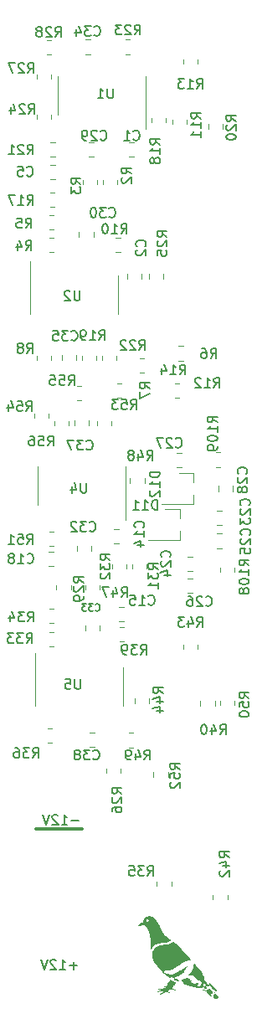
<source format=gbr>
%TF.GenerationSoftware,KiCad,Pcbnew,(6.0.2-0)*%
%TF.CreationDate,2022-07-30T11:22:51+02:00*%
%TF.ProjectId,blindeTaube,626c696e-6465-4546-9175-62652e6b6963,rev?*%
%TF.SameCoordinates,Original*%
%TF.FileFunction,Legend,Bot*%
%TF.FilePolarity,Positive*%
%FSLAX46Y46*%
G04 Gerber Fmt 4.6, Leading zero omitted, Abs format (unit mm)*
G04 Created by KiCad (PCBNEW (6.0.2-0)) date 2022-07-30 11:22:51*
%MOMM*%
%LPD*%
G01*
G04 APERTURE LIST*
%ADD10C,0.300000*%
%ADD11C,0.150000*%
%ADD12C,0.120000*%
G04 APERTURE END LIST*
D10*
X56600000Y-123800000D02*
X61250000Y-123800000D01*
D11*
X60761904Y-137671428D02*
X60000000Y-137671428D01*
X60380952Y-138052380D02*
X60380952Y-137290476D01*
X59000000Y-138052380D02*
X59571428Y-138052380D01*
X59285714Y-138052380D02*
X59285714Y-137052380D01*
X59380952Y-137195238D01*
X59476190Y-137290476D01*
X59571428Y-137338095D01*
X58619047Y-137147619D02*
X58571428Y-137100000D01*
X58476190Y-137052380D01*
X58238095Y-137052380D01*
X58142857Y-137100000D01*
X58095238Y-137147619D01*
X58047619Y-137242857D01*
X58047619Y-137338095D01*
X58095238Y-137480952D01*
X58666666Y-138052380D01*
X58047619Y-138052380D01*
X57761904Y-137052380D02*
X57428571Y-138052380D01*
X57095238Y-137052380D01*
X60961904Y-123021428D02*
X60200000Y-123021428D01*
X59200000Y-123402380D02*
X59771428Y-123402380D01*
X59485714Y-123402380D02*
X59485714Y-122402380D01*
X59580952Y-122545238D01*
X59676190Y-122640476D01*
X59771428Y-122688095D01*
X58819047Y-122497619D02*
X58771428Y-122450000D01*
X58676190Y-122402380D01*
X58438095Y-122402380D01*
X58342857Y-122450000D01*
X58295238Y-122497619D01*
X58247619Y-122592857D01*
X58247619Y-122688095D01*
X58295238Y-122830952D01*
X58866666Y-123402380D01*
X58247619Y-123402380D01*
X57961904Y-122402380D02*
X57628571Y-123402380D01*
X57295238Y-122402380D01*
%TO.C,R14*%
X71142857Y-77902380D02*
X71476190Y-77426190D01*
X71714285Y-77902380D02*
X71714285Y-76902380D01*
X71333333Y-76902380D01*
X71238095Y-76950000D01*
X71190476Y-76997619D01*
X71142857Y-77092857D01*
X71142857Y-77235714D01*
X71190476Y-77330952D01*
X71238095Y-77378571D01*
X71333333Y-77426190D01*
X71714285Y-77426190D01*
X70190476Y-77902380D02*
X70761904Y-77902380D01*
X70476190Y-77902380D02*
X70476190Y-76902380D01*
X70571428Y-77045238D01*
X70666666Y-77140476D01*
X70761904Y-77188095D01*
X69333333Y-77235714D02*
X69333333Y-77902380D01*
X69571428Y-76854761D02*
X69809523Y-77569047D01*
X69190476Y-77569047D01*
%TO.C,R35*%
X67892857Y-128577380D02*
X68226190Y-128101190D01*
X68464285Y-128577380D02*
X68464285Y-127577380D01*
X68083333Y-127577380D01*
X67988095Y-127625000D01*
X67940476Y-127672619D01*
X67892857Y-127767857D01*
X67892857Y-127910714D01*
X67940476Y-128005952D01*
X67988095Y-128053571D01*
X68083333Y-128101190D01*
X68464285Y-128101190D01*
X67559523Y-127577380D02*
X66940476Y-127577380D01*
X67273809Y-127958333D01*
X67130952Y-127958333D01*
X67035714Y-128005952D01*
X66988095Y-128053571D01*
X66940476Y-128148809D01*
X66940476Y-128386904D01*
X66988095Y-128482142D01*
X67035714Y-128529761D01*
X67130952Y-128577380D01*
X67416666Y-128577380D01*
X67511904Y-128529761D01*
X67559523Y-128482142D01*
X66035714Y-127577380D02*
X66511904Y-127577380D01*
X66559523Y-128053571D01*
X66511904Y-128005952D01*
X66416666Y-127958333D01*
X66178571Y-127958333D01*
X66083333Y-128005952D01*
X66035714Y-128053571D01*
X65988095Y-128148809D01*
X65988095Y-128386904D01*
X66035714Y-128482142D01*
X66083333Y-128529761D01*
X66178571Y-128577380D01*
X66416666Y-128577380D01*
X66511904Y-128529761D01*
X66559523Y-128482142D01*
%TO.C,R36*%
X56267857Y-116652380D02*
X56601190Y-116176190D01*
X56839285Y-116652380D02*
X56839285Y-115652380D01*
X56458333Y-115652380D01*
X56363095Y-115700000D01*
X56315476Y-115747619D01*
X56267857Y-115842857D01*
X56267857Y-115985714D01*
X56315476Y-116080952D01*
X56363095Y-116128571D01*
X56458333Y-116176190D01*
X56839285Y-116176190D01*
X55934523Y-115652380D02*
X55315476Y-115652380D01*
X55648809Y-116033333D01*
X55505952Y-116033333D01*
X55410714Y-116080952D01*
X55363095Y-116128571D01*
X55315476Y-116223809D01*
X55315476Y-116461904D01*
X55363095Y-116557142D01*
X55410714Y-116604761D01*
X55505952Y-116652380D01*
X55791666Y-116652380D01*
X55886904Y-116604761D01*
X55934523Y-116557142D01*
X54458333Y-115652380D02*
X54648809Y-115652380D01*
X54744047Y-115700000D01*
X54791666Y-115747619D01*
X54886904Y-115890476D01*
X54934523Y-116080952D01*
X54934523Y-116461904D01*
X54886904Y-116557142D01*
X54839285Y-116604761D01*
X54744047Y-116652380D01*
X54553571Y-116652380D01*
X54458333Y-116604761D01*
X54410714Y-116557142D01*
X54363095Y-116461904D01*
X54363095Y-116223809D01*
X54410714Y-116128571D01*
X54458333Y-116080952D01*
X54553571Y-116033333D01*
X54744047Y-116033333D01*
X54839285Y-116080952D01*
X54886904Y-116128571D01*
X54934523Y-116223809D01*
%TO.C,R23*%
X66567857Y-43527380D02*
X66901190Y-43051190D01*
X67139285Y-43527380D02*
X67139285Y-42527380D01*
X66758333Y-42527380D01*
X66663095Y-42575000D01*
X66615476Y-42622619D01*
X66567857Y-42717857D01*
X66567857Y-42860714D01*
X66615476Y-42955952D01*
X66663095Y-43003571D01*
X66758333Y-43051190D01*
X67139285Y-43051190D01*
X66186904Y-42622619D02*
X66139285Y-42575000D01*
X66044047Y-42527380D01*
X65805952Y-42527380D01*
X65710714Y-42575000D01*
X65663095Y-42622619D01*
X65615476Y-42717857D01*
X65615476Y-42813095D01*
X65663095Y-42955952D01*
X66234523Y-43527380D01*
X65615476Y-43527380D01*
X65282142Y-42527380D02*
X64663095Y-42527380D01*
X64996428Y-42908333D01*
X64853571Y-42908333D01*
X64758333Y-42955952D01*
X64710714Y-43003571D01*
X64663095Y-43098809D01*
X64663095Y-43336904D01*
X64710714Y-43432142D01*
X64758333Y-43479761D01*
X64853571Y-43527380D01*
X65139285Y-43527380D01*
X65234523Y-43479761D01*
X65282142Y-43432142D01*
%TO.C,R31*%
X68952380Y-97607142D02*
X68476190Y-97273809D01*
X68952380Y-97035714D02*
X67952380Y-97035714D01*
X67952380Y-97416666D01*
X68000000Y-97511904D01*
X68047619Y-97559523D01*
X68142857Y-97607142D01*
X68285714Y-97607142D01*
X68380952Y-97559523D01*
X68428571Y-97511904D01*
X68476190Y-97416666D01*
X68476190Y-97035714D01*
X67952380Y-97940476D02*
X67952380Y-98559523D01*
X68333333Y-98226190D01*
X68333333Y-98369047D01*
X68380952Y-98464285D01*
X68428571Y-98511904D01*
X68523809Y-98559523D01*
X68761904Y-98559523D01*
X68857142Y-98511904D01*
X68904761Y-98464285D01*
X68952380Y-98369047D01*
X68952380Y-98083333D01*
X68904761Y-97988095D01*
X68857142Y-97940476D01*
X68952380Y-99511904D02*
X68952380Y-98940476D01*
X68952380Y-99226190D02*
X67952380Y-99226190D01*
X68095238Y-99130952D01*
X68190476Y-99035714D01*
X68238095Y-98940476D01*
%TO.C,R27*%
X55767857Y-47402380D02*
X56101190Y-46926190D01*
X56339285Y-47402380D02*
X56339285Y-46402380D01*
X55958333Y-46402380D01*
X55863095Y-46450000D01*
X55815476Y-46497619D01*
X55767857Y-46592857D01*
X55767857Y-46735714D01*
X55815476Y-46830952D01*
X55863095Y-46878571D01*
X55958333Y-46926190D01*
X56339285Y-46926190D01*
X55386904Y-46497619D02*
X55339285Y-46450000D01*
X55244047Y-46402380D01*
X55005952Y-46402380D01*
X54910714Y-46450000D01*
X54863095Y-46497619D01*
X54815476Y-46592857D01*
X54815476Y-46688095D01*
X54863095Y-46830952D01*
X55434523Y-47402380D01*
X54815476Y-47402380D01*
X54482142Y-46402380D02*
X53815476Y-46402380D01*
X54244047Y-47402380D01*
%TO.C,R44*%
X69452380Y-110107142D02*
X68976190Y-109773809D01*
X69452380Y-109535714D02*
X68452380Y-109535714D01*
X68452380Y-109916666D01*
X68500000Y-110011904D01*
X68547619Y-110059523D01*
X68642857Y-110107142D01*
X68785714Y-110107142D01*
X68880952Y-110059523D01*
X68928571Y-110011904D01*
X68976190Y-109916666D01*
X68976190Y-109535714D01*
X68785714Y-110964285D02*
X69452380Y-110964285D01*
X68404761Y-110726190D02*
X69119047Y-110488095D01*
X69119047Y-111107142D01*
X68785714Y-111916666D02*
X69452380Y-111916666D01*
X68404761Y-111678571D02*
X69119047Y-111440476D01*
X69119047Y-112059523D01*
%TO.C,C33*%
X62625000Y-101725000D02*
X62658333Y-101758333D01*
X62758333Y-101791666D01*
X62825000Y-101791666D01*
X62925000Y-101758333D01*
X62991666Y-101691666D01*
X63025000Y-101625000D01*
X63058333Y-101491666D01*
X63058333Y-101391666D01*
X63025000Y-101258333D01*
X62991666Y-101191666D01*
X62925000Y-101125000D01*
X62825000Y-101091666D01*
X62758333Y-101091666D01*
X62658333Y-101125000D01*
X62625000Y-101158333D01*
X62391666Y-101091666D02*
X61958333Y-101091666D01*
X62191666Y-101358333D01*
X62091666Y-101358333D01*
X62025000Y-101391666D01*
X61991666Y-101425000D01*
X61958333Y-101491666D01*
X61958333Y-101658333D01*
X61991666Y-101725000D01*
X62025000Y-101758333D01*
X62091666Y-101791666D01*
X62291666Y-101791666D01*
X62358333Y-101758333D01*
X62391666Y-101725000D01*
X61725000Y-101091666D02*
X61291666Y-101091666D01*
X61525000Y-101358333D01*
X61425000Y-101358333D01*
X61358333Y-101391666D01*
X61325000Y-101425000D01*
X61291666Y-101491666D01*
X61291666Y-101658333D01*
X61325000Y-101725000D01*
X61358333Y-101758333D01*
X61425000Y-101791666D01*
X61625000Y-101791666D01*
X61691666Y-101758333D01*
X61725000Y-101725000D01*
%TO.C,R22*%
X67042857Y-75402380D02*
X67376190Y-74926190D01*
X67614285Y-75402380D02*
X67614285Y-74402380D01*
X67233333Y-74402380D01*
X67138095Y-74450000D01*
X67090476Y-74497619D01*
X67042857Y-74592857D01*
X67042857Y-74735714D01*
X67090476Y-74830952D01*
X67138095Y-74878571D01*
X67233333Y-74926190D01*
X67614285Y-74926190D01*
X66661904Y-74497619D02*
X66614285Y-74450000D01*
X66519047Y-74402380D01*
X66280952Y-74402380D01*
X66185714Y-74450000D01*
X66138095Y-74497619D01*
X66090476Y-74592857D01*
X66090476Y-74688095D01*
X66138095Y-74830952D01*
X66709523Y-75402380D01*
X66090476Y-75402380D01*
X65709523Y-74497619D02*
X65661904Y-74450000D01*
X65566666Y-74402380D01*
X65328571Y-74402380D01*
X65233333Y-74450000D01*
X65185714Y-74497619D01*
X65138095Y-74592857D01*
X65138095Y-74688095D01*
X65185714Y-74830952D01*
X65757142Y-75402380D01*
X65138095Y-75402380D01*
%TO.C,R50*%
X78152380Y-110607142D02*
X77676190Y-110273809D01*
X78152380Y-110035714D02*
X77152380Y-110035714D01*
X77152380Y-110416666D01*
X77200000Y-110511904D01*
X77247619Y-110559523D01*
X77342857Y-110607142D01*
X77485714Y-110607142D01*
X77580952Y-110559523D01*
X77628571Y-110511904D01*
X77676190Y-110416666D01*
X77676190Y-110035714D01*
X77152380Y-111511904D02*
X77152380Y-111035714D01*
X77628571Y-110988095D01*
X77580952Y-111035714D01*
X77533333Y-111130952D01*
X77533333Y-111369047D01*
X77580952Y-111464285D01*
X77628571Y-111511904D01*
X77723809Y-111559523D01*
X77961904Y-111559523D01*
X78057142Y-111511904D01*
X78104761Y-111464285D01*
X78152380Y-111369047D01*
X78152380Y-111130952D01*
X78104761Y-111035714D01*
X78057142Y-110988095D01*
X77152380Y-112178571D02*
X77152380Y-112273809D01*
X77200000Y-112369047D01*
X77247619Y-112416666D01*
X77342857Y-112464285D01*
X77533333Y-112511904D01*
X77771428Y-112511904D01*
X77961904Y-112464285D01*
X78057142Y-112416666D01*
X78104761Y-112369047D01*
X78152380Y-112273809D01*
X78152380Y-112178571D01*
X78104761Y-112083333D01*
X78057142Y-112035714D01*
X77961904Y-111988095D01*
X77771428Y-111940476D01*
X77533333Y-111940476D01*
X77342857Y-111988095D01*
X77247619Y-112035714D01*
X77200000Y-112083333D01*
X77152380Y-112178571D01*
%TO.C,R5*%
X55566666Y-63077380D02*
X55900000Y-62601190D01*
X56138095Y-63077380D02*
X56138095Y-62077380D01*
X55757142Y-62077380D01*
X55661904Y-62125000D01*
X55614285Y-62172619D01*
X55566666Y-62267857D01*
X55566666Y-62410714D01*
X55614285Y-62505952D01*
X55661904Y-62553571D01*
X55757142Y-62601190D01*
X56138095Y-62601190D01*
X54661904Y-62077380D02*
X55138095Y-62077380D01*
X55185714Y-62553571D01*
X55138095Y-62505952D01*
X55042857Y-62458333D01*
X54804761Y-62458333D01*
X54709523Y-62505952D01*
X54661904Y-62553571D01*
X54614285Y-62648809D01*
X54614285Y-62886904D01*
X54661904Y-62982142D01*
X54709523Y-63029761D01*
X54804761Y-63077380D01*
X55042857Y-63077380D01*
X55138095Y-63029761D01*
X55185714Y-62982142D01*
%TO.C,C18*%
X55742857Y-96907142D02*
X55790476Y-96954761D01*
X55933333Y-97002380D01*
X56028571Y-97002380D01*
X56171428Y-96954761D01*
X56266666Y-96859523D01*
X56314285Y-96764285D01*
X56361904Y-96573809D01*
X56361904Y-96430952D01*
X56314285Y-96240476D01*
X56266666Y-96145238D01*
X56171428Y-96050000D01*
X56028571Y-96002380D01*
X55933333Y-96002380D01*
X55790476Y-96050000D01*
X55742857Y-96097619D01*
X54790476Y-97002380D02*
X55361904Y-97002380D01*
X55076190Y-97002380D02*
X55076190Y-96002380D01*
X55171428Y-96145238D01*
X55266666Y-96240476D01*
X55361904Y-96288095D01*
X54219047Y-96430952D02*
X54314285Y-96383333D01*
X54361904Y-96335714D01*
X54409523Y-96240476D01*
X54409523Y-96192857D01*
X54361904Y-96097619D01*
X54314285Y-96050000D01*
X54219047Y-96002380D01*
X54028571Y-96002380D01*
X53933333Y-96050000D01*
X53885714Y-96097619D01*
X53838095Y-96192857D01*
X53838095Y-96240476D01*
X53885714Y-96335714D01*
X53933333Y-96383333D01*
X54028571Y-96430952D01*
X54219047Y-96430952D01*
X54314285Y-96478571D01*
X54361904Y-96526190D01*
X54409523Y-96621428D01*
X54409523Y-96811904D01*
X54361904Y-96907142D01*
X54314285Y-96954761D01*
X54219047Y-97002380D01*
X54028571Y-97002380D01*
X53933333Y-96954761D01*
X53885714Y-96907142D01*
X53838095Y-96811904D01*
X53838095Y-96621428D01*
X53885714Y-96526190D01*
X53933333Y-96478571D01*
X54028571Y-96430952D01*
%TO.C,D11*%
X68889285Y-91552380D02*
X68889285Y-90552380D01*
X68651190Y-90552380D01*
X68508333Y-90600000D01*
X68413095Y-90695238D01*
X68365476Y-90790476D01*
X68317857Y-90980952D01*
X68317857Y-91123809D01*
X68365476Y-91314285D01*
X68413095Y-91409523D01*
X68508333Y-91504761D01*
X68651190Y-91552380D01*
X68889285Y-91552380D01*
X67365476Y-91552380D02*
X67936904Y-91552380D01*
X67651190Y-91552380D02*
X67651190Y-90552380D01*
X67746428Y-90695238D01*
X67841666Y-90790476D01*
X67936904Y-90838095D01*
X66413095Y-91552380D02*
X66984523Y-91552380D01*
X66698809Y-91552380D02*
X66698809Y-90552380D01*
X66794047Y-90695238D01*
X66889285Y-90790476D01*
X66984523Y-90838095D01*
%TO.C,R11*%
X73302380Y-52007142D02*
X72826190Y-51673809D01*
X73302380Y-51435714D02*
X72302380Y-51435714D01*
X72302380Y-51816666D01*
X72350000Y-51911904D01*
X72397619Y-51959523D01*
X72492857Y-52007142D01*
X72635714Y-52007142D01*
X72730952Y-51959523D01*
X72778571Y-51911904D01*
X72826190Y-51816666D01*
X72826190Y-51435714D01*
X73302380Y-52959523D02*
X73302380Y-52388095D01*
X73302380Y-52673809D02*
X72302380Y-52673809D01*
X72445238Y-52578571D01*
X72540476Y-52483333D01*
X72588095Y-52388095D01*
X73302380Y-53911904D02*
X73302380Y-53340476D01*
X73302380Y-53626190D02*
X72302380Y-53626190D01*
X72445238Y-53530952D01*
X72540476Y-53435714D01*
X72588095Y-53340476D01*
%TO.C,C27*%
X70742857Y-85182142D02*
X70790476Y-85229761D01*
X70933333Y-85277380D01*
X71028571Y-85277380D01*
X71171428Y-85229761D01*
X71266666Y-85134523D01*
X71314285Y-85039285D01*
X71361904Y-84848809D01*
X71361904Y-84705952D01*
X71314285Y-84515476D01*
X71266666Y-84420238D01*
X71171428Y-84325000D01*
X71028571Y-84277380D01*
X70933333Y-84277380D01*
X70790476Y-84325000D01*
X70742857Y-84372619D01*
X70361904Y-84372619D02*
X70314285Y-84325000D01*
X70219047Y-84277380D01*
X69980952Y-84277380D01*
X69885714Y-84325000D01*
X69838095Y-84372619D01*
X69790476Y-84467857D01*
X69790476Y-84563095D01*
X69838095Y-84705952D01*
X70409523Y-85277380D01*
X69790476Y-85277380D01*
X69457142Y-84277380D02*
X68790476Y-84277380D01*
X69219047Y-85277380D01*
%TO.C,C1*%
X66466666Y-54107142D02*
X66514285Y-54154761D01*
X66657142Y-54202380D01*
X66752380Y-54202380D01*
X66895238Y-54154761D01*
X66990476Y-54059523D01*
X67038095Y-53964285D01*
X67085714Y-53773809D01*
X67085714Y-53630952D01*
X67038095Y-53440476D01*
X66990476Y-53345238D01*
X66895238Y-53250000D01*
X66752380Y-53202380D01*
X66657142Y-53202380D01*
X66514285Y-53250000D01*
X66466666Y-53297619D01*
X65514285Y-54202380D02*
X66085714Y-54202380D01*
X65800000Y-54202380D02*
X65800000Y-53202380D01*
X65895238Y-53345238D01*
X65990476Y-53440476D01*
X66085714Y-53488095D01*
%TO.C,R48*%
X67836857Y-86547380D02*
X68170190Y-86071190D01*
X68408285Y-86547380D02*
X68408285Y-85547380D01*
X68027333Y-85547380D01*
X67932095Y-85595000D01*
X67884476Y-85642619D01*
X67836857Y-85737857D01*
X67836857Y-85880714D01*
X67884476Y-85975952D01*
X67932095Y-86023571D01*
X68027333Y-86071190D01*
X68408285Y-86071190D01*
X66979714Y-85880714D02*
X66979714Y-86547380D01*
X67217809Y-85499761D02*
X67455904Y-86214047D01*
X66836857Y-86214047D01*
X66313047Y-85975952D02*
X66408285Y-85928333D01*
X66455904Y-85880714D01*
X66503523Y-85785476D01*
X66503523Y-85737857D01*
X66455904Y-85642619D01*
X66408285Y-85595000D01*
X66313047Y-85547380D01*
X66122571Y-85547380D01*
X66027333Y-85595000D01*
X65979714Y-85642619D01*
X65932095Y-85737857D01*
X65932095Y-85785476D01*
X65979714Y-85880714D01*
X66027333Y-85928333D01*
X66122571Y-85975952D01*
X66313047Y-85975952D01*
X66408285Y-86023571D01*
X66455904Y-86071190D01*
X66503523Y-86166428D01*
X66503523Y-86356904D01*
X66455904Y-86452142D01*
X66408285Y-86499761D01*
X66313047Y-86547380D01*
X66122571Y-86547380D01*
X66027333Y-86499761D01*
X65979714Y-86452142D01*
X65932095Y-86356904D01*
X65932095Y-86166428D01*
X65979714Y-86071190D01*
X66027333Y-86023571D01*
X66122571Y-85975952D01*
%TO.C,R24*%
X55867857Y-51527380D02*
X56201190Y-51051190D01*
X56439285Y-51527380D02*
X56439285Y-50527380D01*
X56058333Y-50527380D01*
X55963095Y-50575000D01*
X55915476Y-50622619D01*
X55867857Y-50717857D01*
X55867857Y-50860714D01*
X55915476Y-50955952D01*
X55963095Y-51003571D01*
X56058333Y-51051190D01*
X56439285Y-51051190D01*
X55486904Y-50622619D02*
X55439285Y-50575000D01*
X55344047Y-50527380D01*
X55105952Y-50527380D01*
X55010714Y-50575000D01*
X54963095Y-50622619D01*
X54915476Y-50717857D01*
X54915476Y-50813095D01*
X54963095Y-50955952D01*
X55534523Y-51527380D01*
X54915476Y-51527380D01*
X54058333Y-50860714D02*
X54058333Y-51527380D01*
X54296428Y-50479761D02*
X54534523Y-51194047D01*
X53915476Y-51194047D01*
%TO.C,C30*%
X64017857Y-61907142D02*
X64065476Y-61954761D01*
X64208333Y-62002380D01*
X64303571Y-62002380D01*
X64446428Y-61954761D01*
X64541666Y-61859523D01*
X64589285Y-61764285D01*
X64636904Y-61573809D01*
X64636904Y-61430952D01*
X64589285Y-61240476D01*
X64541666Y-61145238D01*
X64446428Y-61050000D01*
X64303571Y-61002380D01*
X64208333Y-61002380D01*
X64065476Y-61050000D01*
X64017857Y-61097619D01*
X63684523Y-61002380D02*
X63065476Y-61002380D01*
X63398809Y-61383333D01*
X63255952Y-61383333D01*
X63160714Y-61430952D01*
X63113095Y-61478571D01*
X63065476Y-61573809D01*
X63065476Y-61811904D01*
X63113095Y-61907142D01*
X63160714Y-61954761D01*
X63255952Y-62002380D01*
X63541666Y-62002380D01*
X63636904Y-61954761D01*
X63684523Y-61907142D01*
X62446428Y-61002380D02*
X62351190Y-61002380D01*
X62255952Y-61050000D01*
X62208333Y-61097619D01*
X62160714Y-61192857D01*
X62113095Y-61383333D01*
X62113095Y-61621428D01*
X62160714Y-61811904D01*
X62208333Y-61907142D01*
X62255952Y-61954761D01*
X62351190Y-62002380D01*
X62446428Y-62002380D01*
X62541666Y-61954761D01*
X62589285Y-61907142D01*
X62636904Y-61811904D01*
X62684523Y-61621428D01*
X62684523Y-61383333D01*
X62636904Y-61192857D01*
X62589285Y-61097619D01*
X62541666Y-61050000D01*
X62446428Y-61002380D01*
%TO.C,C5*%
X55691666Y-57757142D02*
X55739285Y-57804761D01*
X55882142Y-57852380D01*
X55977380Y-57852380D01*
X56120238Y-57804761D01*
X56215476Y-57709523D01*
X56263095Y-57614285D01*
X56310714Y-57423809D01*
X56310714Y-57280952D01*
X56263095Y-57090476D01*
X56215476Y-56995238D01*
X56120238Y-56900000D01*
X55977380Y-56852380D01*
X55882142Y-56852380D01*
X55739285Y-56900000D01*
X55691666Y-56947619D01*
X54786904Y-56852380D02*
X55263095Y-56852380D01*
X55310714Y-57328571D01*
X55263095Y-57280952D01*
X55167857Y-57233333D01*
X54929761Y-57233333D01*
X54834523Y-57280952D01*
X54786904Y-57328571D01*
X54739285Y-57423809D01*
X54739285Y-57661904D01*
X54786904Y-57757142D01*
X54834523Y-57804761D01*
X54929761Y-57852380D01*
X55167857Y-57852380D01*
X55263095Y-57804761D01*
X55310714Y-57757142D01*
%TO.C,U5*%
X61111904Y-108702380D02*
X61111904Y-109511904D01*
X61064285Y-109607142D01*
X61016666Y-109654761D01*
X60921428Y-109702380D01*
X60730952Y-109702380D01*
X60635714Y-109654761D01*
X60588095Y-109607142D01*
X60540476Y-109511904D01*
X60540476Y-108702380D01*
X59588095Y-108702380D02*
X60064285Y-108702380D01*
X60111904Y-109178571D01*
X60064285Y-109130952D01*
X59969047Y-109083333D01*
X59730952Y-109083333D01*
X59635714Y-109130952D01*
X59588095Y-109178571D01*
X59540476Y-109273809D01*
X59540476Y-109511904D01*
X59588095Y-109607142D01*
X59635714Y-109654761D01*
X59730952Y-109702380D01*
X59969047Y-109702380D01*
X60064285Y-109654761D01*
X60111904Y-109607142D01*
%TO.C,R43*%
X72892857Y-103402380D02*
X73226190Y-102926190D01*
X73464285Y-103402380D02*
X73464285Y-102402380D01*
X73083333Y-102402380D01*
X72988095Y-102450000D01*
X72940476Y-102497619D01*
X72892857Y-102592857D01*
X72892857Y-102735714D01*
X72940476Y-102830952D01*
X72988095Y-102878571D01*
X73083333Y-102926190D01*
X73464285Y-102926190D01*
X72035714Y-102735714D02*
X72035714Y-103402380D01*
X72273809Y-102354761D02*
X72511904Y-103069047D01*
X71892857Y-103069047D01*
X71607142Y-102402380D02*
X70988095Y-102402380D01*
X71321428Y-102783333D01*
X71178571Y-102783333D01*
X71083333Y-102830952D01*
X71035714Y-102878571D01*
X70988095Y-102973809D01*
X70988095Y-103211904D01*
X71035714Y-103307142D01*
X71083333Y-103354761D01*
X71178571Y-103402380D01*
X71464285Y-103402380D01*
X71559523Y-103354761D01*
X71607142Y-103307142D01*
%TO.C,R2*%
X66252380Y-57583333D02*
X65776190Y-57250000D01*
X66252380Y-57011904D02*
X65252380Y-57011904D01*
X65252380Y-57392857D01*
X65300000Y-57488095D01*
X65347619Y-57535714D01*
X65442857Y-57583333D01*
X65585714Y-57583333D01*
X65680952Y-57535714D01*
X65728571Y-57488095D01*
X65776190Y-57392857D01*
X65776190Y-57011904D01*
X65347619Y-57964285D02*
X65300000Y-58011904D01*
X65252380Y-58107142D01*
X65252380Y-58345238D01*
X65300000Y-58440476D01*
X65347619Y-58488095D01*
X65442857Y-58535714D01*
X65538095Y-58535714D01*
X65680952Y-58488095D01*
X66252380Y-57916666D01*
X66252380Y-58535714D01*
%TO.C,R47*%
X65242857Y-100402380D02*
X65576190Y-99926190D01*
X65814285Y-100402380D02*
X65814285Y-99402380D01*
X65433333Y-99402380D01*
X65338095Y-99450000D01*
X65290476Y-99497619D01*
X65242857Y-99592857D01*
X65242857Y-99735714D01*
X65290476Y-99830952D01*
X65338095Y-99878571D01*
X65433333Y-99926190D01*
X65814285Y-99926190D01*
X64385714Y-99735714D02*
X64385714Y-100402380D01*
X64623809Y-99354761D02*
X64861904Y-100069047D01*
X64242857Y-100069047D01*
X63957142Y-99402380D02*
X63290476Y-99402380D01*
X63719047Y-100402380D01*
%TO.C,R55*%
X59892857Y-78952380D02*
X60226190Y-78476190D01*
X60464285Y-78952380D02*
X60464285Y-77952380D01*
X60083333Y-77952380D01*
X59988095Y-78000000D01*
X59940476Y-78047619D01*
X59892857Y-78142857D01*
X59892857Y-78285714D01*
X59940476Y-78380952D01*
X59988095Y-78428571D01*
X60083333Y-78476190D01*
X60464285Y-78476190D01*
X58988095Y-77952380D02*
X59464285Y-77952380D01*
X59511904Y-78428571D01*
X59464285Y-78380952D01*
X59369047Y-78333333D01*
X59130952Y-78333333D01*
X59035714Y-78380952D01*
X58988095Y-78428571D01*
X58940476Y-78523809D01*
X58940476Y-78761904D01*
X58988095Y-78857142D01*
X59035714Y-78904761D01*
X59130952Y-78952380D01*
X59369047Y-78952380D01*
X59464285Y-78904761D01*
X59511904Y-78857142D01*
X58035714Y-77952380D02*
X58511904Y-77952380D01*
X58559523Y-78428571D01*
X58511904Y-78380952D01*
X58416666Y-78333333D01*
X58178571Y-78333333D01*
X58083333Y-78380952D01*
X58035714Y-78428571D01*
X57988095Y-78523809D01*
X57988095Y-78761904D01*
X58035714Y-78857142D01*
X58083333Y-78904761D01*
X58178571Y-78952380D01*
X58416666Y-78952380D01*
X58511904Y-78904761D01*
X58559523Y-78857142D01*
%TO.C,D12*%
X69102380Y-87735714D02*
X68102380Y-87735714D01*
X68102380Y-87973809D01*
X68150000Y-88116666D01*
X68245238Y-88211904D01*
X68340476Y-88259523D01*
X68530952Y-88307142D01*
X68673809Y-88307142D01*
X68864285Y-88259523D01*
X68959523Y-88211904D01*
X69054761Y-88116666D01*
X69102380Y-87973809D01*
X69102380Y-87735714D01*
X69102380Y-89259523D02*
X69102380Y-88688095D01*
X69102380Y-88973809D02*
X68102380Y-88973809D01*
X68245238Y-88878571D01*
X68340476Y-88783333D01*
X68388095Y-88688095D01*
X68197619Y-89640476D02*
X68150000Y-89688095D01*
X68102380Y-89783333D01*
X68102380Y-90021428D01*
X68150000Y-90116666D01*
X68197619Y-90164285D01*
X68292857Y-90211904D01*
X68388095Y-90211904D01*
X68530952Y-90164285D01*
X69102380Y-89592857D01*
X69102380Y-90211904D01*
%TO.C,C38*%
X62392857Y-116757142D02*
X62440476Y-116804761D01*
X62583333Y-116852380D01*
X62678571Y-116852380D01*
X62821428Y-116804761D01*
X62916666Y-116709523D01*
X62964285Y-116614285D01*
X63011904Y-116423809D01*
X63011904Y-116280952D01*
X62964285Y-116090476D01*
X62916666Y-115995238D01*
X62821428Y-115900000D01*
X62678571Y-115852380D01*
X62583333Y-115852380D01*
X62440476Y-115900000D01*
X62392857Y-115947619D01*
X62059523Y-115852380D02*
X61440476Y-115852380D01*
X61773809Y-116233333D01*
X61630952Y-116233333D01*
X61535714Y-116280952D01*
X61488095Y-116328571D01*
X61440476Y-116423809D01*
X61440476Y-116661904D01*
X61488095Y-116757142D01*
X61535714Y-116804761D01*
X61630952Y-116852380D01*
X61916666Y-116852380D01*
X62011904Y-116804761D01*
X62059523Y-116757142D01*
X60869047Y-116280952D02*
X60964285Y-116233333D01*
X61011904Y-116185714D01*
X61059523Y-116090476D01*
X61059523Y-116042857D01*
X61011904Y-115947619D01*
X60964285Y-115900000D01*
X60869047Y-115852380D01*
X60678571Y-115852380D01*
X60583333Y-115900000D01*
X60535714Y-115947619D01*
X60488095Y-116042857D01*
X60488095Y-116090476D01*
X60535714Y-116185714D01*
X60583333Y-116233333D01*
X60678571Y-116280952D01*
X60869047Y-116280952D01*
X60964285Y-116328571D01*
X61011904Y-116376190D01*
X61059523Y-116471428D01*
X61059523Y-116661904D01*
X61011904Y-116757142D01*
X60964285Y-116804761D01*
X60869047Y-116852380D01*
X60678571Y-116852380D01*
X60583333Y-116804761D01*
X60535714Y-116757142D01*
X60488095Y-116661904D01*
X60488095Y-116471428D01*
X60535714Y-116376190D01*
X60583333Y-116328571D01*
X60678571Y-116280952D01*
%TO.C,C23*%
X78157142Y-91107142D02*
X78204761Y-91059523D01*
X78252380Y-90916666D01*
X78252380Y-90821428D01*
X78204761Y-90678571D01*
X78109523Y-90583333D01*
X78014285Y-90535714D01*
X77823809Y-90488095D01*
X77680952Y-90488095D01*
X77490476Y-90535714D01*
X77395238Y-90583333D01*
X77300000Y-90678571D01*
X77252380Y-90821428D01*
X77252380Y-90916666D01*
X77300000Y-91059523D01*
X77347619Y-91107142D01*
X77347619Y-91488095D02*
X77300000Y-91535714D01*
X77252380Y-91630952D01*
X77252380Y-91869047D01*
X77300000Y-91964285D01*
X77347619Y-92011904D01*
X77442857Y-92059523D01*
X77538095Y-92059523D01*
X77680952Y-92011904D01*
X78252380Y-91440476D01*
X78252380Y-92059523D01*
X77252380Y-92392857D02*
X77252380Y-93011904D01*
X77633333Y-92678571D01*
X77633333Y-92821428D01*
X77680952Y-92916666D01*
X77728571Y-92964285D01*
X77823809Y-93011904D01*
X78061904Y-93011904D01*
X78157142Y-92964285D01*
X78204761Y-92916666D01*
X78252380Y-92821428D01*
X78252380Y-92535714D01*
X78204761Y-92440476D01*
X78157142Y-92392857D01*
%TO.C,R109*%
X74952380Y-82730952D02*
X74476190Y-82397619D01*
X74952380Y-82159523D02*
X73952380Y-82159523D01*
X73952380Y-82540476D01*
X74000000Y-82635714D01*
X74047619Y-82683333D01*
X74142857Y-82730952D01*
X74285714Y-82730952D01*
X74380952Y-82683333D01*
X74428571Y-82635714D01*
X74476190Y-82540476D01*
X74476190Y-82159523D01*
X74952380Y-83683333D02*
X74952380Y-83111904D01*
X74952380Y-83397619D02*
X73952380Y-83397619D01*
X74095238Y-83302380D01*
X74190476Y-83207142D01*
X74238095Y-83111904D01*
X73952380Y-84302380D02*
X73952380Y-84397619D01*
X74000000Y-84492857D01*
X74047619Y-84540476D01*
X74142857Y-84588095D01*
X74333333Y-84635714D01*
X74571428Y-84635714D01*
X74761904Y-84588095D01*
X74857142Y-84540476D01*
X74904761Y-84492857D01*
X74952380Y-84397619D01*
X74952380Y-84302380D01*
X74904761Y-84207142D01*
X74857142Y-84159523D01*
X74761904Y-84111904D01*
X74571428Y-84064285D01*
X74333333Y-84064285D01*
X74142857Y-84111904D01*
X74047619Y-84159523D01*
X74000000Y-84207142D01*
X73952380Y-84302380D01*
X74952380Y-85111904D02*
X74952380Y-85302380D01*
X74904761Y-85397619D01*
X74857142Y-85445238D01*
X74714285Y-85540476D01*
X74523809Y-85588095D01*
X74142857Y-85588095D01*
X74047619Y-85540476D01*
X74000000Y-85492857D01*
X73952380Y-85397619D01*
X73952380Y-85207142D01*
X74000000Y-85111904D01*
X74047619Y-85064285D01*
X74142857Y-85016666D01*
X74380952Y-85016666D01*
X74476190Y-85064285D01*
X74523809Y-85111904D01*
X74571428Y-85207142D01*
X74571428Y-85397619D01*
X74523809Y-85492857D01*
X74476190Y-85540476D01*
X74380952Y-85588095D01*
%TO.C,R18*%
X69152380Y-54632142D02*
X68676190Y-54298809D01*
X69152380Y-54060714D02*
X68152380Y-54060714D01*
X68152380Y-54441666D01*
X68200000Y-54536904D01*
X68247619Y-54584523D01*
X68342857Y-54632142D01*
X68485714Y-54632142D01*
X68580952Y-54584523D01*
X68628571Y-54536904D01*
X68676190Y-54441666D01*
X68676190Y-54060714D01*
X69152380Y-55584523D02*
X69152380Y-55013095D01*
X69152380Y-55298809D02*
X68152380Y-55298809D01*
X68295238Y-55203571D01*
X68390476Y-55108333D01*
X68438095Y-55013095D01*
X68580952Y-56155952D02*
X68533333Y-56060714D01*
X68485714Y-56013095D01*
X68390476Y-55965476D01*
X68342857Y-55965476D01*
X68247619Y-56013095D01*
X68200000Y-56060714D01*
X68152380Y-56155952D01*
X68152380Y-56346428D01*
X68200000Y-56441666D01*
X68247619Y-56489285D01*
X68342857Y-56536904D01*
X68390476Y-56536904D01*
X68485714Y-56489285D01*
X68533333Y-56441666D01*
X68580952Y-56346428D01*
X68580952Y-56155952D01*
X68628571Y-56060714D01*
X68676190Y-56013095D01*
X68771428Y-55965476D01*
X68961904Y-55965476D01*
X69057142Y-56013095D01*
X69104761Y-56060714D01*
X69152380Y-56155952D01*
X69152380Y-56346428D01*
X69104761Y-56441666D01*
X69057142Y-56489285D01*
X68961904Y-56536904D01*
X68771428Y-56536904D01*
X68676190Y-56489285D01*
X68628571Y-56441666D01*
X68580952Y-56346428D01*
%TO.C,R28*%
X58542857Y-43727380D02*
X58876190Y-43251190D01*
X59114285Y-43727380D02*
X59114285Y-42727380D01*
X58733333Y-42727380D01*
X58638095Y-42775000D01*
X58590476Y-42822619D01*
X58542857Y-42917857D01*
X58542857Y-43060714D01*
X58590476Y-43155952D01*
X58638095Y-43203571D01*
X58733333Y-43251190D01*
X59114285Y-43251190D01*
X58161904Y-42822619D02*
X58114285Y-42775000D01*
X58019047Y-42727380D01*
X57780952Y-42727380D01*
X57685714Y-42775000D01*
X57638095Y-42822619D01*
X57590476Y-42917857D01*
X57590476Y-43013095D01*
X57638095Y-43155952D01*
X58209523Y-43727380D01*
X57590476Y-43727380D01*
X57019047Y-43155952D02*
X57114285Y-43108333D01*
X57161904Y-43060714D01*
X57209523Y-42965476D01*
X57209523Y-42917857D01*
X57161904Y-42822619D01*
X57114285Y-42775000D01*
X57019047Y-42727380D01*
X56828571Y-42727380D01*
X56733333Y-42775000D01*
X56685714Y-42822619D01*
X56638095Y-42917857D01*
X56638095Y-42965476D01*
X56685714Y-43060714D01*
X56733333Y-43108333D01*
X56828571Y-43155952D01*
X57019047Y-43155952D01*
X57114285Y-43203571D01*
X57161904Y-43251190D01*
X57209523Y-43346428D01*
X57209523Y-43536904D01*
X57161904Y-43632142D01*
X57114285Y-43679761D01*
X57019047Y-43727380D01*
X56828571Y-43727380D01*
X56733333Y-43679761D01*
X56685714Y-43632142D01*
X56638095Y-43536904D01*
X56638095Y-43346428D01*
X56685714Y-43251190D01*
X56733333Y-43203571D01*
X56828571Y-43155952D01*
%TO.C,R3*%
X61127380Y-58608333D02*
X60651190Y-58275000D01*
X61127380Y-58036904D02*
X60127380Y-58036904D01*
X60127380Y-58417857D01*
X60175000Y-58513095D01*
X60222619Y-58560714D01*
X60317857Y-58608333D01*
X60460714Y-58608333D01*
X60555952Y-58560714D01*
X60603571Y-58513095D01*
X60651190Y-58417857D01*
X60651190Y-58036904D01*
X60127380Y-58941666D02*
X60127380Y-59560714D01*
X60508333Y-59227380D01*
X60508333Y-59370238D01*
X60555952Y-59465476D01*
X60603571Y-59513095D01*
X60698809Y-59560714D01*
X60936904Y-59560714D01*
X61032142Y-59513095D01*
X61079761Y-59465476D01*
X61127380Y-59370238D01*
X61127380Y-59084523D01*
X61079761Y-58989285D01*
X61032142Y-58941666D01*
%TO.C,R4*%
X55566666Y-65327380D02*
X55900000Y-64851190D01*
X56138095Y-65327380D02*
X56138095Y-64327380D01*
X55757142Y-64327380D01*
X55661904Y-64375000D01*
X55614285Y-64422619D01*
X55566666Y-64517857D01*
X55566666Y-64660714D01*
X55614285Y-64755952D01*
X55661904Y-64803571D01*
X55757142Y-64851190D01*
X56138095Y-64851190D01*
X54709523Y-64660714D02*
X54709523Y-65327380D01*
X54947619Y-64279761D02*
X55185714Y-64994047D01*
X54566666Y-64994047D01*
%TO.C,R34*%
X55767857Y-102877380D02*
X56101190Y-102401190D01*
X56339285Y-102877380D02*
X56339285Y-101877380D01*
X55958333Y-101877380D01*
X55863095Y-101925000D01*
X55815476Y-101972619D01*
X55767857Y-102067857D01*
X55767857Y-102210714D01*
X55815476Y-102305952D01*
X55863095Y-102353571D01*
X55958333Y-102401190D01*
X56339285Y-102401190D01*
X55434523Y-101877380D02*
X54815476Y-101877380D01*
X55148809Y-102258333D01*
X55005952Y-102258333D01*
X54910714Y-102305952D01*
X54863095Y-102353571D01*
X54815476Y-102448809D01*
X54815476Y-102686904D01*
X54863095Y-102782142D01*
X54910714Y-102829761D01*
X55005952Y-102877380D01*
X55291666Y-102877380D01*
X55386904Y-102829761D01*
X55434523Y-102782142D01*
X53958333Y-102210714D02*
X53958333Y-102877380D01*
X54196428Y-101829761D02*
X54434523Y-102544047D01*
X53815476Y-102544047D01*
%TO.C,R40*%
X75217857Y-114277380D02*
X75551190Y-113801190D01*
X75789285Y-114277380D02*
X75789285Y-113277380D01*
X75408333Y-113277380D01*
X75313095Y-113325000D01*
X75265476Y-113372619D01*
X75217857Y-113467857D01*
X75217857Y-113610714D01*
X75265476Y-113705952D01*
X75313095Y-113753571D01*
X75408333Y-113801190D01*
X75789285Y-113801190D01*
X74360714Y-113610714D02*
X74360714Y-114277380D01*
X74598809Y-113229761D02*
X74836904Y-113944047D01*
X74217857Y-113944047D01*
X73646428Y-113277380D02*
X73551190Y-113277380D01*
X73455952Y-113325000D01*
X73408333Y-113372619D01*
X73360714Y-113467857D01*
X73313095Y-113658333D01*
X73313095Y-113896428D01*
X73360714Y-114086904D01*
X73408333Y-114182142D01*
X73455952Y-114229761D01*
X73551190Y-114277380D01*
X73646428Y-114277380D01*
X73741666Y-114229761D01*
X73789285Y-114182142D01*
X73836904Y-114086904D01*
X73884523Y-113896428D01*
X73884523Y-113658333D01*
X73836904Y-113467857D01*
X73789285Y-113372619D01*
X73741666Y-113325000D01*
X73646428Y-113277380D01*
%TO.C,R32*%
X64102380Y-96657142D02*
X63626190Y-96323809D01*
X64102380Y-96085714D02*
X63102380Y-96085714D01*
X63102380Y-96466666D01*
X63150000Y-96561904D01*
X63197619Y-96609523D01*
X63292857Y-96657142D01*
X63435714Y-96657142D01*
X63530952Y-96609523D01*
X63578571Y-96561904D01*
X63626190Y-96466666D01*
X63626190Y-96085714D01*
X63102380Y-96990476D02*
X63102380Y-97609523D01*
X63483333Y-97276190D01*
X63483333Y-97419047D01*
X63530952Y-97514285D01*
X63578571Y-97561904D01*
X63673809Y-97609523D01*
X63911904Y-97609523D01*
X64007142Y-97561904D01*
X64054761Y-97514285D01*
X64102380Y-97419047D01*
X64102380Y-97133333D01*
X64054761Y-97038095D01*
X64007142Y-96990476D01*
X63197619Y-97990476D02*
X63150000Y-98038095D01*
X63102380Y-98133333D01*
X63102380Y-98371428D01*
X63150000Y-98466666D01*
X63197619Y-98514285D01*
X63292857Y-98561904D01*
X63388095Y-98561904D01*
X63530952Y-98514285D01*
X64102380Y-97942857D01*
X64102380Y-98561904D01*
%TO.C,R54*%
X55617857Y-81577380D02*
X55951190Y-81101190D01*
X56189285Y-81577380D02*
X56189285Y-80577380D01*
X55808333Y-80577380D01*
X55713095Y-80625000D01*
X55665476Y-80672619D01*
X55617857Y-80767857D01*
X55617857Y-80910714D01*
X55665476Y-81005952D01*
X55713095Y-81053571D01*
X55808333Y-81101190D01*
X56189285Y-81101190D01*
X54713095Y-80577380D02*
X55189285Y-80577380D01*
X55236904Y-81053571D01*
X55189285Y-81005952D01*
X55094047Y-80958333D01*
X54855952Y-80958333D01*
X54760714Y-81005952D01*
X54713095Y-81053571D01*
X54665476Y-81148809D01*
X54665476Y-81386904D01*
X54713095Y-81482142D01*
X54760714Y-81529761D01*
X54855952Y-81577380D01*
X55094047Y-81577380D01*
X55189285Y-81529761D01*
X55236904Y-81482142D01*
X53808333Y-80910714D02*
X53808333Y-81577380D01*
X54046428Y-80529761D02*
X54284523Y-81244047D01*
X53665476Y-81244047D01*
%TO.C,R33*%
X55642857Y-105052380D02*
X55976190Y-104576190D01*
X56214285Y-105052380D02*
X56214285Y-104052380D01*
X55833333Y-104052380D01*
X55738095Y-104100000D01*
X55690476Y-104147619D01*
X55642857Y-104242857D01*
X55642857Y-104385714D01*
X55690476Y-104480952D01*
X55738095Y-104528571D01*
X55833333Y-104576190D01*
X56214285Y-104576190D01*
X55309523Y-104052380D02*
X54690476Y-104052380D01*
X55023809Y-104433333D01*
X54880952Y-104433333D01*
X54785714Y-104480952D01*
X54738095Y-104528571D01*
X54690476Y-104623809D01*
X54690476Y-104861904D01*
X54738095Y-104957142D01*
X54785714Y-105004761D01*
X54880952Y-105052380D01*
X55166666Y-105052380D01*
X55261904Y-105004761D01*
X55309523Y-104957142D01*
X54357142Y-104052380D02*
X53738095Y-104052380D01*
X54071428Y-104433333D01*
X53928571Y-104433333D01*
X53833333Y-104480952D01*
X53785714Y-104528571D01*
X53738095Y-104623809D01*
X53738095Y-104861904D01*
X53785714Y-104957142D01*
X53833333Y-105004761D01*
X53928571Y-105052380D01*
X54214285Y-105052380D01*
X54309523Y-105004761D01*
X54357142Y-104957142D01*
%TO.C,R42*%
X76177380Y-126732142D02*
X75701190Y-126398809D01*
X76177380Y-126160714D02*
X75177380Y-126160714D01*
X75177380Y-126541666D01*
X75225000Y-126636904D01*
X75272619Y-126684523D01*
X75367857Y-126732142D01*
X75510714Y-126732142D01*
X75605952Y-126684523D01*
X75653571Y-126636904D01*
X75701190Y-126541666D01*
X75701190Y-126160714D01*
X75510714Y-127589285D02*
X76177380Y-127589285D01*
X75129761Y-127351190D02*
X75844047Y-127113095D01*
X75844047Y-127732142D01*
X75272619Y-128065476D02*
X75225000Y-128113095D01*
X75177380Y-128208333D01*
X75177380Y-128446428D01*
X75225000Y-128541666D01*
X75272619Y-128589285D01*
X75367857Y-128636904D01*
X75463095Y-128636904D01*
X75605952Y-128589285D01*
X76177380Y-128017857D01*
X76177380Y-128636904D01*
%TO.C,R13*%
X72867857Y-48977380D02*
X73201190Y-48501190D01*
X73439285Y-48977380D02*
X73439285Y-47977380D01*
X73058333Y-47977380D01*
X72963095Y-48025000D01*
X72915476Y-48072619D01*
X72867857Y-48167857D01*
X72867857Y-48310714D01*
X72915476Y-48405952D01*
X72963095Y-48453571D01*
X73058333Y-48501190D01*
X73439285Y-48501190D01*
X71915476Y-48977380D02*
X72486904Y-48977380D01*
X72201190Y-48977380D02*
X72201190Y-47977380D01*
X72296428Y-48120238D01*
X72391666Y-48215476D01*
X72486904Y-48263095D01*
X71582142Y-47977380D02*
X70963095Y-47977380D01*
X71296428Y-48358333D01*
X71153571Y-48358333D01*
X71058333Y-48405952D01*
X71010714Y-48453571D01*
X70963095Y-48548809D01*
X70963095Y-48786904D01*
X71010714Y-48882142D01*
X71058333Y-48929761D01*
X71153571Y-48977380D01*
X71439285Y-48977380D01*
X71534523Y-48929761D01*
X71582142Y-48882142D01*
%TO.C,R19*%
X62992857Y-74402380D02*
X63326190Y-73926190D01*
X63564285Y-74402380D02*
X63564285Y-73402380D01*
X63183333Y-73402380D01*
X63088095Y-73450000D01*
X63040476Y-73497619D01*
X62992857Y-73592857D01*
X62992857Y-73735714D01*
X63040476Y-73830952D01*
X63088095Y-73878571D01*
X63183333Y-73926190D01*
X63564285Y-73926190D01*
X62040476Y-74402380D02*
X62611904Y-74402380D01*
X62326190Y-74402380D02*
X62326190Y-73402380D01*
X62421428Y-73545238D01*
X62516666Y-73640476D01*
X62611904Y-73688095D01*
X61564285Y-74402380D02*
X61373809Y-74402380D01*
X61278571Y-74354761D01*
X61230952Y-74307142D01*
X61135714Y-74164285D01*
X61088095Y-73973809D01*
X61088095Y-73592857D01*
X61135714Y-73497619D01*
X61183333Y-73450000D01*
X61278571Y-73402380D01*
X61469047Y-73402380D01*
X61564285Y-73450000D01*
X61611904Y-73497619D01*
X61659523Y-73592857D01*
X61659523Y-73830952D01*
X61611904Y-73926190D01*
X61564285Y-73973809D01*
X61469047Y-74021428D01*
X61278571Y-74021428D01*
X61183333Y-73973809D01*
X61135714Y-73926190D01*
X61088095Y-73830952D01*
%TO.C,U2*%
X61036904Y-69402380D02*
X61036904Y-70211904D01*
X60989285Y-70307142D01*
X60941666Y-70354761D01*
X60846428Y-70402380D01*
X60655952Y-70402380D01*
X60560714Y-70354761D01*
X60513095Y-70307142D01*
X60465476Y-70211904D01*
X60465476Y-69402380D01*
X60036904Y-69497619D02*
X59989285Y-69450000D01*
X59894047Y-69402380D01*
X59655952Y-69402380D01*
X59560714Y-69450000D01*
X59513095Y-69497619D01*
X59465476Y-69592857D01*
X59465476Y-69688095D01*
X59513095Y-69830952D01*
X60084523Y-70402380D01*
X59465476Y-70402380D01*
%TO.C,C25*%
X78207142Y-94107142D02*
X78254761Y-94059523D01*
X78302380Y-93916666D01*
X78302380Y-93821428D01*
X78254761Y-93678571D01*
X78159523Y-93583333D01*
X78064285Y-93535714D01*
X77873809Y-93488095D01*
X77730952Y-93488095D01*
X77540476Y-93535714D01*
X77445238Y-93583333D01*
X77350000Y-93678571D01*
X77302380Y-93821428D01*
X77302380Y-93916666D01*
X77350000Y-94059523D01*
X77397619Y-94107142D01*
X77397619Y-94488095D02*
X77350000Y-94535714D01*
X77302380Y-94630952D01*
X77302380Y-94869047D01*
X77350000Y-94964285D01*
X77397619Y-95011904D01*
X77492857Y-95059523D01*
X77588095Y-95059523D01*
X77730952Y-95011904D01*
X78302380Y-94440476D01*
X78302380Y-95059523D01*
X77302380Y-95964285D02*
X77302380Y-95488095D01*
X77778571Y-95440476D01*
X77730952Y-95488095D01*
X77683333Y-95583333D01*
X77683333Y-95821428D01*
X77730952Y-95916666D01*
X77778571Y-95964285D01*
X77873809Y-96011904D01*
X78111904Y-96011904D01*
X78207142Y-95964285D01*
X78254761Y-95916666D01*
X78302380Y-95821428D01*
X78302380Y-95583333D01*
X78254761Y-95488095D01*
X78207142Y-95440476D01*
%TO.C,R6*%
X74266666Y-76252380D02*
X74600000Y-75776190D01*
X74838095Y-76252380D02*
X74838095Y-75252380D01*
X74457142Y-75252380D01*
X74361904Y-75300000D01*
X74314285Y-75347619D01*
X74266666Y-75442857D01*
X74266666Y-75585714D01*
X74314285Y-75680952D01*
X74361904Y-75728571D01*
X74457142Y-75776190D01*
X74838095Y-75776190D01*
X73409523Y-75252380D02*
X73600000Y-75252380D01*
X73695238Y-75300000D01*
X73742857Y-75347619D01*
X73838095Y-75490476D01*
X73885714Y-75680952D01*
X73885714Y-76061904D01*
X73838095Y-76157142D01*
X73790476Y-76204761D01*
X73695238Y-76252380D01*
X73504761Y-76252380D01*
X73409523Y-76204761D01*
X73361904Y-76157142D01*
X73314285Y-76061904D01*
X73314285Y-75823809D01*
X73361904Y-75728571D01*
X73409523Y-75680952D01*
X73504761Y-75633333D01*
X73695238Y-75633333D01*
X73790476Y-75680952D01*
X73838095Y-75728571D01*
X73885714Y-75823809D01*
%TO.C,R52*%
X71177380Y-117807142D02*
X70701190Y-117473809D01*
X71177380Y-117235714D02*
X70177380Y-117235714D01*
X70177380Y-117616666D01*
X70225000Y-117711904D01*
X70272619Y-117759523D01*
X70367857Y-117807142D01*
X70510714Y-117807142D01*
X70605952Y-117759523D01*
X70653571Y-117711904D01*
X70701190Y-117616666D01*
X70701190Y-117235714D01*
X70177380Y-118711904D02*
X70177380Y-118235714D01*
X70653571Y-118188095D01*
X70605952Y-118235714D01*
X70558333Y-118330952D01*
X70558333Y-118569047D01*
X70605952Y-118664285D01*
X70653571Y-118711904D01*
X70748809Y-118759523D01*
X70986904Y-118759523D01*
X71082142Y-118711904D01*
X71129761Y-118664285D01*
X71177380Y-118569047D01*
X71177380Y-118330952D01*
X71129761Y-118235714D01*
X71082142Y-118188095D01*
X70272619Y-119140476D02*
X70225000Y-119188095D01*
X70177380Y-119283333D01*
X70177380Y-119521428D01*
X70225000Y-119616666D01*
X70272619Y-119664285D01*
X70367857Y-119711904D01*
X70463095Y-119711904D01*
X70605952Y-119664285D01*
X71177380Y-119092857D01*
X71177380Y-119711904D01*
%TO.C,C14*%
X67457142Y-93357142D02*
X67504761Y-93309523D01*
X67552380Y-93166666D01*
X67552380Y-93071428D01*
X67504761Y-92928571D01*
X67409523Y-92833333D01*
X67314285Y-92785714D01*
X67123809Y-92738095D01*
X66980952Y-92738095D01*
X66790476Y-92785714D01*
X66695238Y-92833333D01*
X66600000Y-92928571D01*
X66552380Y-93071428D01*
X66552380Y-93166666D01*
X66600000Y-93309523D01*
X66647619Y-93357142D01*
X67552380Y-94309523D02*
X67552380Y-93738095D01*
X67552380Y-94023809D02*
X66552380Y-94023809D01*
X66695238Y-93928571D01*
X66790476Y-93833333D01*
X66838095Y-93738095D01*
X66885714Y-95166666D02*
X67552380Y-95166666D01*
X66504761Y-94928571D02*
X67219047Y-94690476D01*
X67219047Y-95309523D01*
%TO.C,C2*%
X67632142Y-64933333D02*
X67679761Y-64885714D01*
X67727380Y-64742857D01*
X67727380Y-64647619D01*
X67679761Y-64504761D01*
X67584523Y-64409523D01*
X67489285Y-64361904D01*
X67298809Y-64314285D01*
X67155952Y-64314285D01*
X66965476Y-64361904D01*
X66870238Y-64409523D01*
X66775000Y-64504761D01*
X66727380Y-64647619D01*
X66727380Y-64742857D01*
X66775000Y-64885714D01*
X66822619Y-64933333D01*
X66822619Y-65314285D02*
X66775000Y-65361904D01*
X66727380Y-65457142D01*
X66727380Y-65695238D01*
X66775000Y-65790476D01*
X66822619Y-65838095D01*
X66917857Y-65885714D01*
X67013095Y-65885714D01*
X67155952Y-65838095D01*
X67727380Y-65266666D01*
X67727380Y-65885714D01*
%TO.C,R12*%
X74592857Y-79202380D02*
X74926190Y-78726190D01*
X75164285Y-79202380D02*
X75164285Y-78202380D01*
X74783333Y-78202380D01*
X74688095Y-78250000D01*
X74640476Y-78297619D01*
X74592857Y-78392857D01*
X74592857Y-78535714D01*
X74640476Y-78630952D01*
X74688095Y-78678571D01*
X74783333Y-78726190D01*
X75164285Y-78726190D01*
X73640476Y-79202380D02*
X74211904Y-79202380D01*
X73926190Y-79202380D02*
X73926190Y-78202380D01*
X74021428Y-78345238D01*
X74116666Y-78440476D01*
X74211904Y-78488095D01*
X73259523Y-78297619D02*
X73211904Y-78250000D01*
X73116666Y-78202380D01*
X72878571Y-78202380D01*
X72783333Y-78250000D01*
X72735714Y-78297619D01*
X72688095Y-78392857D01*
X72688095Y-78488095D01*
X72735714Y-78630952D01*
X73307142Y-79202380D01*
X72688095Y-79202380D01*
%TO.C,U1*%
X64411904Y-48968380D02*
X64411904Y-49777904D01*
X64364285Y-49873142D01*
X64316666Y-49920761D01*
X64221428Y-49968380D01*
X64030952Y-49968380D01*
X63935714Y-49920761D01*
X63888095Y-49873142D01*
X63840476Y-49777904D01*
X63840476Y-48968380D01*
X62840476Y-49968380D02*
X63411904Y-49968380D01*
X63126190Y-49968380D02*
X63126190Y-48968380D01*
X63221428Y-49111238D01*
X63316666Y-49206476D01*
X63411904Y-49254095D01*
%TO.C,R21*%
X55742857Y-55627380D02*
X56076190Y-55151190D01*
X56314285Y-55627380D02*
X56314285Y-54627380D01*
X55933333Y-54627380D01*
X55838095Y-54675000D01*
X55790476Y-54722619D01*
X55742857Y-54817857D01*
X55742857Y-54960714D01*
X55790476Y-55055952D01*
X55838095Y-55103571D01*
X55933333Y-55151190D01*
X56314285Y-55151190D01*
X55361904Y-54722619D02*
X55314285Y-54675000D01*
X55219047Y-54627380D01*
X54980952Y-54627380D01*
X54885714Y-54675000D01*
X54838095Y-54722619D01*
X54790476Y-54817857D01*
X54790476Y-54913095D01*
X54838095Y-55055952D01*
X55409523Y-55627380D01*
X54790476Y-55627380D01*
X53838095Y-55627380D02*
X54409523Y-55627380D01*
X54123809Y-55627380D02*
X54123809Y-54627380D01*
X54219047Y-54770238D01*
X54314285Y-54865476D01*
X54409523Y-54913095D01*
%TO.C,R8*%
X55691666Y-75727380D02*
X56025000Y-75251190D01*
X56263095Y-75727380D02*
X56263095Y-74727380D01*
X55882142Y-74727380D01*
X55786904Y-74775000D01*
X55739285Y-74822619D01*
X55691666Y-74917857D01*
X55691666Y-75060714D01*
X55739285Y-75155952D01*
X55786904Y-75203571D01*
X55882142Y-75251190D01*
X56263095Y-75251190D01*
X55120238Y-75155952D02*
X55215476Y-75108333D01*
X55263095Y-75060714D01*
X55310714Y-74965476D01*
X55310714Y-74917857D01*
X55263095Y-74822619D01*
X55215476Y-74775000D01*
X55120238Y-74727380D01*
X54929761Y-74727380D01*
X54834523Y-74775000D01*
X54786904Y-74822619D01*
X54739285Y-74917857D01*
X54739285Y-74965476D01*
X54786904Y-75060714D01*
X54834523Y-75108333D01*
X54929761Y-75155952D01*
X55120238Y-75155952D01*
X55215476Y-75203571D01*
X55263095Y-75251190D01*
X55310714Y-75346428D01*
X55310714Y-75536904D01*
X55263095Y-75632142D01*
X55215476Y-75679761D01*
X55120238Y-75727380D01*
X54929761Y-75727380D01*
X54834523Y-75679761D01*
X54786904Y-75632142D01*
X54739285Y-75536904D01*
X54739285Y-75346428D01*
X54786904Y-75251190D01*
X54834523Y-75203571D01*
X54929761Y-75155952D01*
%TO.C,R39*%
X67192857Y-106202380D02*
X67526190Y-105726190D01*
X67764285Y-106202380D02*
X67764285Y-105202380D01*
X67383333Y-105202380D01*
X67288095Y-105250000D01*
X67240476Y-105297619D01*
X67192857Y-105392857D01*
X67192857Y-105535714D01*
X67240476Y-105630952D01*
X67288095Y-105678571D01*
X67383333Y-105726190D01*
X67764285Y-105726190D01*
X66859523Y-105202380D02*
X66240476Y-105202380D01*
X66573809Y-105583333D01*
X66430952Y-105583333D01*
X66335714Y-105630952D01*
X66288095Y-105678571D01*
X66240476Y-105773809D01*
X66240476Y-106011904D01*
X66288095Y-106107142D01*
X66335714Y-106154761D01*
X66430952Y-106202380D01*
X66716666Y-106202380D01*
X66811904Y-106154761D01*
X66859523Y-106107142D01*
X65764285Y-106202380D02*
X65573809Y-106202380D01*
X65478571Y-106154761D01*
X65430952Y-106107142D01*
X65335714Y-105964285D01*
X65288095Y-105773809D01*
X65288095Y-105392857D01*
X65335714Y-105297619D01*
X65383333Y-105250000D01*
X65478571Y-105202380D01*
X65669047Y-105202380D01*
X65764285Y-105250000D01*
X65811904Y-105297619D01*
X65859523Y-105392857D01*
X65859523Y-105630952D01*
X65811904Y-105726190D01*
X65764285Y-105773809D01*
X65669047Y-105821428D01*
X65478571Y-105821428D01*
X65383333Y-105773809D01*
X65335714Y-105726190D01*
X65288095Y-105630952D01*
%TO.C,C26*%
X73792857Y-101207142D02*
X73840476Y-101254761D01*
X73983333Y-101302380D01*
X74078571Y-101302380D01*
X74221428Y-101254761D01*
X74316666Y-101159523D01*
X74364285Y-101064285D01*
X74411904Y-100873809D01*
X74411904Y-100730952D01*
X74364285Y-100540476D01*
X74316666Y-100445238D01*
X74221428Y-100350000D01*
X74078571Y-100302380D01*
X73983333Y-100302380D01*
X73840476Y-100350000D01*
X73792857Y-100397619D01*
X73411904Y-100397619D02*
X73364285Y-100350000D01*
X73269047Y-100302380D01*
X73030952Y-100302380D01*
X72935714Y-100350000D01*
X72888095Y-100397619D01*
X72840476Y-100492857D01*
X72840476Y-100588095D01*
X72888095Y-100730952D01*
X73459523Y-101302380D01*
X72840476Y-101302380D01*
X71983333Y-100302380D02*
X72173809Y-100302380D01*
X72269047Y-100350000D01*
X72316666Y-100397619D01*
X72411904Y-100540476D01*
X72459523Y-100730952D01*
X72459523Y-101111904D01*
X72411904Y-101207142D01*
X72364285Y-101254761D01*
X72269047Y-101302380D01*
X72078571Y-101302380D01*
X71983333Y-101254761D01*
X71935714Y-101207142D01*
X71888095Y-101111904D01*
X71888095Y-100873809D01*
X71935714Y-100778571D01*
X71983333Y-100730952D01*
X72078571Y-100683333D01*
X72269047Y-100683333D01*
X72364285Y-100730952D01*
X72411904Y-100778571D01*
X72459523Y-100873809D01*
%TO.C,C24*%
X70132142Y-96357142D02*
X70179761Y-96309523D01*
X70227380Y-96166666D01*
X70227380Y-96071428D01*
X70179761Y-95928571D01*
X70084523Y-95833333D01*
X69989285Y-95785714D01*
X69798809Y-95738095D01*
X69655952Y-95738095D01*
X69465476Y-95785714D01*
X69370238Y-95833333D01*
X69275000Y-95928571D01*
X69227380Y-96071428D01*
X69227380Y-96166666D01*
X69275000Y-96309523D01*
X69322619Y-96357142D01*
X69322619Y-96738095D02*
X69275000Y-96785714D01*
X69227380Y-96880952D01*
X69227380Y-97119047D01*
X69275000Y-97214285D01*
X69322619Y-97261904D01*
X69417857Y-97309523D01*
X69513095Y-97309523D01*
X69655952Y-97261904D01*
X70227380Y-96690476D01*
X70227380Y-97309523D01*
X69560714Y-98166666D02*
X70227380Y-98166666D01*
X69179761Y-97928571D02*
X69894047Y-97690476D01*
X69894047Y-98309523D01*
%TO.C,R17*%
X55742857Y-60727380D02*
X56076190Y-60251190D01*
X56314285Y-60727380D02*
X56314285Y-59727380D01*
X55933333Y-59727380D01*
X55838095Y-59775000D01*
X55790476Y-59822619D01*
X55742857Y-59917857D01*
X55742857Y-60060714D01*
X55790476Y-60155952D01*
X55838095Y-60203571D01*
X55933333Y-60251190D01*
X56314285Y-60251190D01*
X54790476Y-60727380D02*
X55361904Y-60727380D01*
X55076190Y-60727380D02*
X55076190Y-59727380D01*
X55171428Y-59870238D01*
X55266666Y-59965476D01*
X55361904Y-60013095D01*
X54457142Y-59727380D02*
X53790476Y-59727380D01*
X54219047Y-60727380D01*
%TO.C,R10*%
X65217857Y-63627380D02*
X65551190Y-63151190D01*
X65789285Y-63627380D02*
X65789285Y-62627380D01*
X65408333Y-62627380D01*
X65313095Y-62675000D01*
X65265476Y-62722619D01*
X65217857Y-62817857D01*
X65217857Y-62960714D01*
X65265476Y-63055952D01*
X65313095Y-63103571D01*
X65408333Y-63151190D01*
X65789285Y-63151190D01*
X64265476Y-63627380D02*
X64836904Y-63627380D01*
X64551190Y-63627380D02*
X64551190Y-62627380D01*
X64646428Y-62770238D01*
X64741666Y-62865476D01*
X64836904Y-62913095D01*
X63646428Y-62627380D02*
X63551190Y-62627380D01*
X63455952Y-62675000D01*
X63408333Y-62722619D01*
X63360714Y-62817857D01*
X63313095Y-63008333D01*
X63313095Y-63246428D01*
X63360714Y-63436904D01*
X63408333Y-63532142D01*
X63455952Y-63579761D01*
X63551190Y-63627380D01*
X63646428Y-63627380D01*
X63741666Y-63579761D01*
X63789285Y-63532142D01*
X63836904Y-63436904D01*
X63884523Y-63246428D01*
X63884523Y-63008333D01*
X63836904Y-62817857D01*
X63789285Y-62722619D01*
X63741666Y-62675000D01*
X63646428Y-62627380D01*
%TO.C,R7*%
X68102380Y-79283333D02*
X67626190Y-78950000D01*
X68102380Y-78711904D02*
X67102380Y-78711904D01*
X67102380Y-79092857D01*
X67150000Y-79188095D01*
X67197619Y-79235714D01*
X67292857Y-79283333D01*
X67435714Y-79283333D01*
X67530952Y-79235714D01*
X67578571Y-79188095D01*
X67626190Y-79092857D01*
X67626190Y-78711904D01*
X67102380Y-79616666D02*
X67102380Y-80283333D01*
X68102380Y-79854761D01*
%TO.C,R51*%
X55717857Y-95027380D02*
X56051190Y-94551190D01*
X56289285Y-95027380D02*
X56289285Y-94027380D01*
X55908333Y-94027380D01*
X55813095Y-94075000D01*
X55765476Y-94122619D01*
X55717857Y-94217857D01*
X55717857Y-94360714D01*
X55765476Y-94455952D01*
X55813095Y-94503571D01*
X55908333Y-94551190D01*
X56289285Y-94551190D01*
X54813095Y-94027380D02*
X55289285Y-94027380D01*
X55336904Y-94503571D01*
X55289285Y-94455952D01*
X55194047Y-94408333D01*
X54955952Y-94408333D01*
X54860714Y-94455952D01*
X54813095Y-94503571D01*
X54765476Y-94598809D01*
X54765476Y-94836904D01*
X54813095Y-94932142D01*
X54860714Y-94979761D01*
X54955952Y-95027380D01*
X55194047Y-95027380D01*
X55289285Y-94979761D01*
X55336904Y-94932142D01*
X53813095Y-95027380D02*
X54384523Y-95027380D01*
X54098809Y-95027380D02*
X54098809Y-94027380D01*
X54194047Y-94170238D01*
X54289285Y-94265476D01*
X54384523Y-94313095D01*
%TO.C,U4*%
X61711904Y-88852380D02*
X61711904Y-89661904D01*
X61664285Y-89757142D01*
X61616666Y-89804761D01*
X61521428Y-89852380D01*
X61330952Y-89852380D01*
X61235714Y-89804761D01*
X61188095Y-89757142D01*
X61140476Y-89661904D01*
X61140476Y-88852380D01*
X60235714Y-89185714D02*
X60235714Y-89852380D01*
X60473809Y-88804761D02*
X60711904Y-89519047D01*
X60092857Y-89519047D01*
%TO.C,C15*%
X67992857Y-101107142D02*
X68040476Y-101154761D01*
X68183333Y-101202380D01*
X68278571Y-101202380D01*
X68421428Y-101154761D01*
X68516666Y-101059523D01*
X68564285Y-100964285D01*
X68611904Y-100773809D01*
X68611904Y-100630952D01*
X68564285Y-100440476D01*
X68516666Y-100345238D01*
X68421428Y-100250000D01*
X68278571Y-100202380D01*
X68183333Y-100202380D01*
X68040476Y-100250000D01*
X67992857Y-100297619D01*
X67040476Y-101202380D02*
X67611904Y-101202380D01*
X67326190Y-101202380D02*
X67326190Y-100202380D01*
X67421428Y-100345238D01*
X67516666Y-100440476D01*
X67611904Y-100488095D01*
X66135714Y-100202380D02*
X66611904Y-100202380D01*
X66659523Y-100678571D01*
X66611904Y-100630952D01*
X66516666Y-100583333D01*
X66278571Y-100583333D01*
X66183333Y-100630952D01*
X66135714Y-100678571D01*
X66088095Y-100773809D01*
X66088095Y-101011904D01*
X66135714Y-101107142D01*
X66183333Y-101154761D01*
X66278571Y-101202380D01*
X66516666Y-101202380D01*
X66611904Y-101154761D01*
X66659523Y-101107142D01*
%TO.C,C35*%
X60192857Y-74357142D02*
X60240476Y-74404761D01*
X60383333Y-74452380D01*
X60478571Y-74452380D01*
X60621428Y-74404761D01*
X60716666Y-74309523D01*
X60764285Y-74214285D01*
X60811904Y-74023809D01*
X60811904Y-73880952D01*
X60764285Y-73690476D01*
X60716666Y-73595238D01*
X60621428Y-73500000D01*
X60478571Y-73452380D01*
X60383333Y-73452380D01*
X60240476Y-73500000D01*
X60192857Y-73547619D01*
X59859523Y-73452380D02*
X59240476Y-73452380D01*
X59573809Y-73833333D01*
X59430952Y-73833333D01*
X59335714Y-73880952D01*
X59288095Y-73928571D01*
X59240476Y-74023809D01*
X59240476Y-74261904D01*
X59288095Y-74357142D01*
X59335714Y-74404761D01*
X59430952Y-74452380D01*
X59716666Y-74452380D01*
X59811904Y-74404761D01*
X59859523Y-74357142D01*
X58335714Y-73452380D02*
X58811904Y-73452380D01*
X58859523Y-73928571D01*
X58811904Y-73880952D01*
X58716666Y-73833333D01*
X58478571Y-73833333D01*
X58383333Y-73880952D01*
X58335714Y-73928571D01*
X58288095Y-74023809D01*
X58288095Y-74261904D01*
X58335714Y-74357142D01*
X58383333Y-74404761D01*
X58478571Y-74452380D01*
X58716666Y-74452380D01*
X58811904Y-74404761D01*
X58859523Y-74357142D01*
%TO.C,R25*%
X69852380Y-63982142D02*
X69376190Y-63648809D01*
X69852380Y-63410714D02*
X68852380Y-63410714D01*
X68852380Y-63791666D01*
X68900000Y-63886904D01*
X68947619Y-63934523D01*
X69042857Y-63982142D01*
X69185714Y-63982142D01*
X69280952Y-63934523D01*
X69328571Y-63886904D01*
X69376190Y-63791666D01*
X69376190Y-63410714D01*
X68947619Y-64363095D02*
X68900000Y-64410714D01*
X68852380Y-64505952D01*
X68852380Y-64744047D01*
X68900000Y-64839285D01*
X68947619Y-64886904D01*
X69042857Y-64934523D01*
X69138095Y-64934523D01*
X69280952Y-64886904D01*
X69852380Y-64315476D01*
X69852380Y-64934523D01*
X68852380Y-65839285D02*
X68852380Y-65363095D01*
X69328571Y-65315476D01*
X69280952Y-65363095D01*
X69233333Y-65458333D01*
X69233333Y-65696428D01*
X69280952Y-65791666D01*
X69328571Y-65839285D01*
X69423809Y-65886904D01*
X69661904Y-65886904D01*
X69757142Y-65839285D01*
X69804761Y-65791666D01*
X69852380Y-65696428D01*
X69852380Y-65458333D01*
X69804761Y-65363095D01*
X69757142Y-65315476D01*
%TO.C,R29*%
X61402380Y-98907142D02*
X60926190Y-98573809D01*
X61402380Y-98335714D02*
X60402380Y-98335714D01*
X60402380Y-98716666D01*
X60450000Y-98811904D01*
X60497619Y-98859523D01*
X60592857Y-98907142D01*
X60735714Y-98907142D01*
X60830952Y-98859523D01*
X60878571Y-98811904D01*
X60926190Y-98716666D01*
X60926190Y-98335714D01*
X60497619Y-99288095D02*
X60450000Y-99335714D01*
X60402380Y-99430952D01*
X60402380Y-99669047D01*
X60450000Y-99764285D01*
X60497619Y-99811904D01*
X60592857Y-99859523D01*
X60688095Y-99859523D01*
X60830952Y-99811904D01*
X61402380Y-99240476D01*
X61402380Y-99859523D01*
X61402380Y-100335714D02*
X61402380Y-100526190D01*
X61354761Y-100621428D01*
X61307142Y-100669047D01*
X61164285Y-100764285D01*
X60973809Y-100811904D01*
X60592857Y-100811904D01*
X60497619Y-100764285D01*
X60450000Y-100716666D01*
X60402380Y-100621428D01*
X60402380Y-100430952D01*
X60450000Y-100335714D01*
X60497619Y-100288095D01*
X60592857Y-100240476D01*
X60830952Y-100240476D01*
X60926190Y-100288095D01*
X60973809Y-100335714D01*
X61021428Y-100430952D01*
X61021428Y-100621428D01*
X60973809Y-100716666D01*
X60926190Y-100764285D01*
X60830952Y-100811904D01*
%TO.C,C28*%
X77882142Y-87907142D02*
X77929761Y-87859523D01*
X77977380Y-87716666D01*
X77977380Y-87621428D01*
X77929761Y-87478571D01*
X77834523Y-87383333D01*
X77739285Y-87335714D01*
X77548809Y-87288095D01*
X77405952Y-87288095D01*
X77215476Y-87335714D01*
X77120238Y-87383333D01*
X77025000Y-87478571D01*
X76977380Y-87621428D01*
X76977380Y-87716666D01*
X77025000Y-87859523D01*
X77072619Y-87907142D01*
X77072619Y-88288095D02*
X77025000Y-88335714D01*
X76977380Y-88430952D01*
X76977380Y-88669047D01*
X77025000Y-88764285D01*
X77072619Y-88811904D01*
X77167857Y-88859523D01*
X77263095Y-88859523D01*
X77405952Y-88811904D01*
X77977380Y-88240476D01*
X77977380Y-88859523D01*
X77405952Y-89430952D02*
X77358333Y-89335714D01*
X77310714Y-89288095D01*
X77215476Y-89240476D01*
X77167857Y-89240476D01*
X77072619Y-89288095D01*
X77025000Y-89335714D01*
X76977380Y-89430952D01*
X76977380Y-89621428D01*
X77025000Y-89716666D01*
X77072619Y-89764285D01*
X77167857Y-89811904D01*
X77215476Y-89811904D01*
X77310714Y-89764285D01*
X77358333Y-89716666D01*
X77405952Y-89621428D01*
X77405952Y-89430952D01*
X77453571Y-89335714D01*
X77501190Y-89288095D01*
X77596428Y-89240476D01*
X77786904Y-89240476D01*
X77882142Y-89288095D01*
X77929761Y-89335714D01*
X77977380Y-89430952D01*
X77977380Y-89621428D01*
X77929761Y-89716666D01*
X77882142Y-89764285D01*
X77786904Y-89811904D01*
X77596428Y-89811904D01*
X77501190Y-89764285D01*
X77453571Y-89716666D01*
X77405952Y-89621428D01*
%TO.C,C34*%
X62492857Y-43557142D02*
X62540476Y-43604761D01*
X62683333Y-43652380D01*
X62778571Y-43652380D01*
X62921428Y-43604761D01*
X63016666Y-43509523D01*
X63064285Y-43414285D01*
X63111904Y-43223809D01*
X63111904Y-43080952D01*
X63064285Y-42890476D01*
X63016666Y-42795238D01*
X62921428Y-42700000D01*
X62778571Y-42652380D01*
X62683333Y-42652380D01*
X62540476Y-42700000D01*
X62492857Y-42747619D01*
X62159523Y-42652380D02*
X61540476Y-42652380D01*
X61873809Y-43033333D01*
X61730952Y-43033333D01*
X61635714Y-43080952D01*
X61588095Y-43128571D01*
X61540476Y-43223809D01*
X61540476Y-43461904D01*
X61588095Y-43557142D01*
X61635714Y-43604761D01*
X61730952Y-43652380D01*
X62016666Y-43652380D01*
X62111904Y-43604761D01*
X62159523Y-43557142D01*
X60683333Y-42985714D02*
X60683333Y-43652380D01*
X60921428Y-42604761D02*
X61159523Y-43319047D01*
X60540476Y-43319047D01*
%TO.C,C37*%
X61717857Y-85432142D02*
X61765476Y-85479761D01*
X61908333Y-85527380D01*
X62003571Y-85527380D01*
X62146428Y-85479761D01*
X62241666Y-85384523D01*
X62289285Y-85289285D01*
X62336904Y-85098809D01*
X62336904Y-84955952D01*
X62289285Y-84765476D01*
X62241666Y-84670238D01*
X62146428Y-84575000D01*
X62003571Y-84527380D01*
X61908333Y-84527380D01*
X61765476Y-84575000D01*
X61717857Y-84622619D01*
X61384523Y-84527380D02*
X60765476Y-84527380D01*
X61098809Y-84908333D01*
X60955952Y-84908333D01*
X60860714Y-84955952D01*
X60813095Y-85003571D01*
X60765476Y-85098809D01*
X60765476Y-85336904D01*
X60813095Y-85432142D01*
X60860714Y-85479761D01*
X60955952Y-85527380D01*
X61241666Y-85527380D01*
X61336904Y-85479761D01*
X61384523Y-85432142D01*
X60432142Y-84527380D02*
X59765476Y-84527380D01*
X60194047Y-85527380D01*
%TO.C,R20*%
X76827380Y-52257142D02*
X76351190Y-51923809D01*
X76827380Y-51685714D02*
X75827380Y-51685714D01*
X75827380Y-52066666D01*
X75875000Y-52161904D01*
X75922619Y-52209523D01*
X76017857Y-52257142D01*
X76160714Y-52257142D01*
X76255952Y-52209523D01*
X76303571Y-52161904D01*
X76351190Y-52066666D01*
X76351190Y-51685714D01*
X75922619Y-52638095D02*
X75875000Y-52685714D01*
X75827380Y-52780952D01*
X75827380Y-53019047D01*
X75875000Y-53114285D01*
X75922619Y-53161904D01*
X76017857Y-53209523D01*
X76113095Y-53209523D01*
X76255952Y-53161904D01*
X76827380Y-52590476D01*
X76827380Y-53209523D01*
X75827380Y-53828571D02*
X75827380Y-53923809D01*
X75875000Y-54019047D01*
X75922619Y-54066666D01*
X76017857Y-54114285D01*
X76208333Y-54161904D01*
X76446428Y-54161904D01*
X76636904Y-54114285D01*
X76732142Y-54066666D01*
X76779761Y-54019047D01*
X76827380Y-53923809D01*
X76827380Y-53828571D01*
X76779761Y-53733333D01*
X76732142Y-53685714D01*
X76636904Y-53638095D01*
X76446428Y-53590476D01*
X76208333Y-53590476D01*
X76017857Y-53638095D01*
X75922619Y-53685714D01*
X75875000Y-53733333D01*
X75827380Y-53828571D01*
%TO.C,R108*%
X78152380Y-97205952D02*
X77676190Y-96872619D01*
X78152380Y-96634523D02*
X77152380Y-96634523D01*
X77152380Y-97015476D01*
X77200000Y-97110714D01*
X77247619Y-97158333D01*
X77342857Y-97205952D01*
X77485714Y-97205952D01*
X77580952Y-97158333D01*
X77628571Y-97110714D01*
X77676190Y-97015476D01*
X77676190Y-96634523D01*
X78152380Y-98158333D02*
X78152380Y-97586904D01*
X78152380Y-97872619D02*
X77152380Y-97872619D01*
X77295238Y-97777380D01*
X77390476Y-97682142D01*
X77438095Y-97586904D01*
X77152380Y-98777380D02*
X77152380Y-98872619D01*
X77200000Y-98967857D01*
X77247619Y-99015476D01*
X77342857Y-99063095D01*
X77533333Y-99110714D01*
X77771428Y-99110714D01*
X77961904Y-99063095D01*
X78057142Y-99015476D01*
X78104761Y-98967857D01*
X78152380Y-98872619D01*
X78152380Y-98777380D01*
X78104761Y-98682142D01*
X78057142Y-98634523D01*
X77961904Y-98586904D01*
X77771428Y-98539285D01*
X77533333Y-98539285D01*
X77342857Y-98586904D01*
X77247619Y-98634523D01*
X77200000Y-98682142D01*
X77152380Y-98777380D01*
X77580952Y-99682142D02*
X77533333Y-99586904D01*
X77485714Y-99539285D01*
X77390476Y-99491666D01*
X77342857Y-99491666D01*
X77247619Y-99539285D01*
X77200000Y-99586904D01*
X77152380Y-99682142D01*
X77152380Y-99872619D01*
X77200000Y-99967857D01*
X77247619Y-100015476D01*
X77342857Y-100063095D01*
X77390476Y-100063095D01*
X77485714Y-100015476D01*
X77533333Y-99967857D01*
X77580952Y-99872619D01*
X77580952Y-99682142D01*
X77628571Y-99586904D01*
X77676190Y-99539285D01*
X77771428Y-99491666D01*
X77961904Y-99491666D01*
X78057142Y-99539285D01*
X78104761Y-99586904D01*
X78152380Y-99682142D01*
X78152380Y-99872619D01*
X78104761Y-99967857D01*
X78057142Y-100015476D01*
X77961904Y-100063095D01*
X77771428Y-100063095D01*
X77676190Y-100015476D01*
X77628571Y-99967857D01*
X77580952Y-99872619D01*
%TO.C,R53*%
X66192857Y-81402380D02*
X66526190Y-80926190D01*
X66764285Y-81402380D02*
X66764285Y-80402380D01*
X66383333Y-80402380D01*
X66288095Y-80450000D01*
X66240476Y-80497619D01*
X66192857Y-80592857D01*
X66192857Y-80735714D01*
X66240476Y-80830952D01*
X66288095Y-80878571D01*
X66383333Y-80926190D01*
X66764285Y-80926190D01*
X65288095Y-80402380D02*
X65764285Y-80402380D01*
X65811904Y-80878571D01*
X65764285Y-80830952D01*
X65669047Y-80783333D01*
X65430952Y-80783333D01*
X65335714Y-80830952D01*
X65288095Y-80878571D01*
X65240476Y-80973809D01*
X65240476Y-81211904D01*
X65288095Y-81307142D01*
X65335714Y-81354761D01*
X65430952Y-81402380D01*
X65669047Y-81402380D01*
X65764285Y-81354761D01*
X65811904Y-81307142D01*
X64907142Y-80402380D02*
X64288095Y-80402380D01*
X64621428Y-80783333D01*
X64478571Y-80783333D01*
X64383333Y-80830952D01*
X64335714Y-80878571D01*
X64288095Y-80973809D01*
X64288095Y-81211904D01*
X64335714Y-81307142D01*
X64383333Y-81354761D01*
X64478571Y-81402380D01*
X64764285Y-81402380D01*
X64859523Y-81354761D01*
X64907142Y-81307142D01*
%TO.C,C29*%
X63142857Y-54107142D02*
X63190476Y-54154761D01*
X63333333Y-54202380D01*
X63428571Y-54202380D01*
X63571428Y-54154761D01*
X63666666Y-54059523D01*
X63714285Y-53964285D01*
X63761904Y-53773809D01*
X63761904Y-53630952D01*
X63714285Y-53440476D01*
X63666666Y-53345238D01*
X63571428Y-53250000D01*
X63428571Y-53202380D01*
X63333333Y-53202380D01*
X63190476Y-53250000D01*
X63142857Y-53297619D01*
X62761904Y-53297619D02*
X62714285Y-53250000D01*
X62619047Y-53202380D01*
X62380952Y-53202380D01*
X62285714Y-53250000D01*
X62238095Y-53297619D01*
X62190476Y-53392857D01*
X62190476Y-53488095D01*
X62238095Y-53630952D01*
X62809523Y-54202380D01*
X62190476Y-54202380D01*
X61714285Y-54202380D02*
X61523809Y-54202380D01*
X61428571Y-54154761D01*
X61380952Y-54107142D01*
X61285714Y-53964285D01*
X61238095Y-53773809D01*
X61238095Y-53392857D01*
X61285714Y-53297619D01*
X61333333Y-53250000D01*
X61428571Y-53202380D01*
X61619047Y-53202380D01*
X61714285Y-53250000D01*
X61761904Y-53297619D01*
X61809523Y-53392857D01*
X61809523Y-53630952D01*
X61761904Y-53726190D01*
X61714285Y-53773809D01*
X61619047Y-53821428D01*
X61428571Y-53821428D01*
X61333333Y-53773809D01*
X61285714Y-53726190D01*
X61238095Y-53630952D01*
%TO.C,R49*%
X67567857Y-116852380D02*
X67901190Y-116376190D01*
X68139285Y-116852380D02*
X68139285Y-115852380D01*
X67758333Y-115852380D01*
X67663095Y-115900000D01*
X67615476Y-115947619D01*
X67567857Y-116042857D01*
X67567857Y-116185714D01*
X67615476Y-116280952D01*
X67663095Y-116328571D01*
X67758333Y-116376190D01*
X68139285Y-116376190D01*
X66710714Y-116185714D02*
X66710714Y-116852380D01*
X66948809Y-115804761D02*
X67186904Y-116519047D01*
X66567857Y-116519047D01*
X66139285Y-116852380D02*
X65948809Y-116852380D01*
X65853571Y-116804761D01*
X65805952Y-116757142D01*
X65710714Y-116614285D01*
X65663095Y-116423809D01*
X65663095Y-116042857D01*
X65710714Y-115947619D01*
X65758333Y-115900000D01*
X65853571Y-115852380D01*
X66044047Y-115852380D01*
X66139285Y-115900000D01*
X66186904Y-115947619D01*
X66234523Y-116042857D01*
X66234523Y-116280952D01*
X66186904Y-116376190D01*
X66139285Y-116423809D01*
X66044047Y-116471428D01*
X65853571Y-116471428D01*
X65758333Y-116423809D01*
X65710714Y-116376190D01*
X65663095Y-116280952D01*
%TO.C,R26*%
X65277380Y-120282142D02*
X64801190Y-119948809D01*
X65277380Y-119710714D02*
X64277380Y-119710714D01*
X64277380Y-120091666D01*
X64325000Y-120186904D01*
X64372619Y-120234523D01*
X64467857Y-120282142D01*
X64610714Y-120282142D01*
X64705952Y-120234523D01*
X64753571Y-120186904D01*
X64801190Y-120091666D01*
X64801190Y-119710714D01*
X64372619Y-120663095D02*
X64325000Y-120710714D01*
X64277380Y-120805952D01*
X64277380Y-121044047D01*
X64325000Y-121139285D01*
X64372619Y-121186904D01*
X64467857Y-121234523D01*
X64563095Y-121234523D01*
X64705952Y-121186904D01*
X65277380Y-120615476D01*
X65277380Y-121234523D01*
X64277380Y-122091666D02*
X64277380Y-121901190D01*
X64325000Y-121805952D01*
X64372619Y-121758333D01*
X64515476Y-121663095D01*
X64705952Y-121615476D01*
X65086904Y-121615476D01*
X65182142Y-121663095D01*
X65229761Y-121710714D01*
X65277380Y-121805952D01*
X65277380Y-121996428D01*
X65229761Y-122091666D01*
X65182142Y-122139285D01*
X65086904Y-122186904D01*
X64848809Y-122186904D01*
X64753571Y-122139285D01*
X64705952Y-122091666D01*
X64658333Y-121996428D01*
X64658333Y-121805952D01*
X64705952Y-121710714D01*
X64753571Y-121663095D01*
X64848809Y-121615476D01*
%TO.C,C32*%
X62042857Y-93657142D02*
X62090476Y-93704761D01*
X62233333Y-93752380D01*
X62328571Y-93752380D01*
X62471428Y-93704761D01*
X62566666Y-93609523D01*
X62614285Y-93514285D01*
X62661904Y-93323809D01*
X62661904Y-93180952D01*
X62614285Y-92990476D01*
X62566666Y-92895238D01*
X62471428Y-92800000D01*
X62328571Y-92752380D01*
X62233333Y-92752380D01*
X62090476Y-92800000D01*
X62042857Y-92847619D01*
X61709523Y-92752380D02*
X61090476Y-92752380D01*
X61423809Y-93133333D01*
X61280952Y-93133333D01*
X61185714Y-93180952D01*
X61138095Y-93228571D01*
X61090476Y-93323809D01*
X61090476Y-93561904D01*
X61138095Y-93657142D01*
X61185714Y-93704761D01*
X61280952Y-93752380D01*
X61566666Y-93752380D01*
X61661904Y-93704761D01*
X61709523Y-93657142D01*
X60709523Y-92847619D02*
X60661904Y-92800000D01*
X60566666Y-92752380D01*
X60328571Y-92752380D01*
X60233333Y-92800000D01*
X60185714Y-92847619D01*
X60138095Y-92942857D01*
X60138095Y-93038095D01*
X60185714Y-93180952D01*
X60757142Y-93752380D01*
X60138095Y-93752380D01*
%TO.C,R56*%
X57792857Y-85102380D02*
X58126190Y-84626190D01*
X58364285Y-85102380D02*
X58364285Y-84102380D01*
X57983333Y-84102380D01*
X57888095Y-84150000D01*
X57840476Y-84197619D01*
X57792857Y-84292857D01*
X57792857Y-84435714D01*
X57840476Y-84530952D01*
X57888095Y-84578571D01*
X57983333Y-84626190D01*
X58364285Y-84626190D01*
X56888095Y-84102380D02*
X57364285Y-84102380D01*
X57411904Y-84578571D01*
X57364285Y-84530952D01*
X57269047Y-84483333D01*
X57030952Y-84483333D01*
X56935714Y-84530952D01*
X56888095Y-84578571D01*
X56840476Y-84673809D01*
X56840476Y-84911904D01*
X56888095Y-85007142D01*
X56935714Y-85054761D01*
X57030952Y-85102380D01*
X57269047Y-85102380D01*
X57364285Y-85054761D01*
X57411904Y-85007142D01*
X55983333Y-84102380D02*
X56173809Y-84102380D01*
X56269047Y-84150000D01*
X56316666Y-84197619D01*
X56411904Y-84340476D01*
X56459523Y-84530952D01*
X56459523Y-84911904D01*
X56411904Y-85007142D01*
X56364285Y-85054761D01*
X56269047Y-85102380D01*
X56078571Y-85102380D01*
X55983333Y-85054761D01*
X55935714Y-85007142D01*
X55888095Y-84911904D01*
X55888095Y-84673809D01*
X55935714Y-84578571D01*
X55983333Y-84530952D01*
X56078571Y-84483333D01*
X56269047Y-84483333D01*
X56364285Y-84530952D01*
X56411904Y-84578571D01*
X56459523Y-84673809D01*
D12*
%TO.C,R14*%
X67082936Y-76227000D02*
X67537064Y-76227000D01*
X67082936Y-77697000D02*
X67537064Y-77697000D01*
%TO.C,R35*%
X68815000Y-129602064D02*
X68815000Y-129147936D01*
X70285000Y-129602064D02*
X70285000Y-129147936D01*
%TO.C,R36*%
X58227064Y-113665000D02*
X57772936Y-113665000D01*
X58227064Y-115135000D02*
X57772936Y-115135000D01*
%TO.C,R23*%
X66127064Y-44040000D02*
X65672936Y-44040000D01*
X66127064Y-45510000D02*
X65672936Y-45510000D01*
%TO.C,R31*%
X66321000Y-97054936D02*
X66321000Y-97509064D01*
X67791000Y-97054936D02*
X67791000Y-97509064D01*
%TO.C,R27*%
X58139000Y-47524936D02*
X58139000Y-47979064D01*
X56669000Y-47524936D02*
X56669000Y-47979064D01*
%TO.C,R44*%
X66590000Y-111127064D02*
X66590000Y-110672936D01*
X68060000Y-111127064D02*
X68060000Y-110672936D01*
%TO.C,C33*%
X63035000Y-103761252D02*
X63035000Y-103238748D01*
X61565000Y-103761252D02*
X61565000Y-103238748D01*
%TO.C,R22*%
X64743000Y-76427064D02*
X64743000Y-75972936D01*
X63273000Y-76427064D02*
X63273000Y-75972936D01*
%TO.C,R50*%
X75215000Y-110872936D02*
X75215000Y-111327064D01*
X76685000Y-110872936D02*
X76685000Y-111327064D01*
%TO.C,R5*%
X58393064Y-63219000D02*
X57938936Y-63219000D01*
X58393064Y-61749000D02*
X57938936Y-61749000D01*
%TO.C,C18*%
X57904748Y-95785000D02*
X58427252Y-95785000D01*
X57904748Y-97255000D02*
X58427252Y-97255000D01*
%TO.C,D11*%
X71135000Y-91495000D02*
X69675000Y-91495000D01*
X71135000Y-91495000D02*
X71135000Y-92425000D01*
X71135000Y-94655000D02*
X67975000Y-94655000D01*
X71135000Y-94655000D02*
X71135000Y-93725000D01*
%TO.C,R11*%
X70415000Y-52122936D02*
X70415000Y-52577064D01*
X71885000Y-52122936D02*
X71885000Y-52577064D01*
%TO.C,C27*%
X70838748Y-87260000D02*
X71361252Y-87260000D01*
X70838748Y-85790000D02*
X71361252Y-85790000D01*
%TO.C,C1*%
X66555252Y-55853000D02*
X66032748Y-55853000D01*
X66555252Y-54383000D02*
X66032748Y-54383000D01*
%TO.C,R48*%
X67585000Y-88852064D02*
X67585000Y-88397936D01*
X66115000Y-88852064D02*
X66115000Y-88397936D01*
%TO.C,R24*%
X58139000Y-51588936D02*
X58139000Y-52043064D01*
X56669000Y-51588936D02*
X56669000Y-52043064D01*
%TO.C,C30*%
X60965000Y-63492748D02*
X60965000Y-64015252D01*
X62435000Y-63492748D02*
X62435000Y-64015252D01*
%TO.C,C5*%
X58038748Y-58139000D02*
X58561252Y-58139000D01*
X58038748Y-56669000D02*
X58561252Y-56669000D01*
%TO.C,U5*%
X56525000Y-109474000D02*
X56525000Y-106024000D01*
X65395000Y-109474000D02*
X65395000Y-111424000D01*
X65395000Y-109474000D02*
X65395000Y-107524000D01*
X56525000Y-109474000D02*
X56525000Y-111424000D01*
%TO.C,R43*%
X72960000Y-105222936D02*
X72960000Y-105677064D01*
X71490000Y-105222936D02*
X71490000Y-105677064D01*
%TO.C,R2*%
X64835000Y-58192936D02*
X64835000Y-58647064D01*
X63365000Y-58192936D02*
X63365000Y-58647064D01*
%TO.C,R47*%
X63035000Y-99172936D02*
X63035000Y-99627064D01*
X61565000Y-99172936D02*
X61565000Y-99627064D01*
%TO.C,R55*%
X61187064Y-80491000D02*
X60732936Y-80491000D01*
X61187064Y-79021000D02*
X60732936Y-79021000D01*
%TO.C,D12*%
X72510000Y-87820000D02*
X72510000Y-88750000D01*
X72510000Y-90980000D02*
X72510000Y-90050000D01*
X72510000Y-90980000D02*
X69350000Y-90980000D01*
X72510000Y-87820000D02*
X71050000Y-87820000D01*
%TO.C,C38*%
X62561252Y-115585000D02*
X62038748Y-115585000D01*
X62561252Y-114115000D02*
X62038748Y-114115000D01*
%TO.C,C23*%
X74863748Y-93110000D02*
X75386252Y-93110000D01*
X74863748Y-91640000D02*
X75386252Y-91640000D01*
%TO.C,R109*%
X74822936Y-85765000D02*
X75277064Y-85765000D01*
X74822936Y-87235000D02*
X75277064Y-87235000D01*
%TO.C,R18*%
X69735000Y-52377064D02*
X69735000Y-51922936D01*
X68265000Y-52377064D02*
X68265000Y-51922936D01*
%TO.C,R28*%
X57697936Y-45535000D02*
X58152064Y-45535000D01*
X57697936Y-44065000D02*
X58152064Y-44065000D01*
%TO.C,R3*%
X62785000Y-58222936D02*
X62785000Y-58677064D01*
X61315000Y-58222936D02*
X61315000Y-58677064D01*
%TO.C,R4*%
X57938936Y-64035000D02*
X58393064Y-64035000D01*
X57938936Y-65505000D02*
X58393064Y-65505000D01*
%TO.C,R34*%
X58427064Y-103035000D02*
X57972936Y-103035000D01*
X58427064Y-101565000D02*
X57972936Y-101565000D01*
%TO.C,R40*%
X74710000Y-110897936D02*
X74710000Y-111352064D01*
X73240000Y-110897936D02*
X73240000Y-111352064D01*
%TO.C,R32*%
X64289000Y-97054936D02*
X64289000Y-97509064D01*
X65759000Y-97054936D02*
X65759000Y-97509064D01*
%TO.C,R54*%
X56415000Y-81814936D02*
X56415000Y-82269064D01*
X57885000Y-81814936D02*
X57885000Y-82269064D01*
%TO.C,R33*%
X57972936Y-103913000D02*
X58427064Y-103913000D01*
X57972936Y-105383000D02*
X58427064Y-105383000D01*
%TO.C,R42*%
X74515000Y-130977064D02*
X74515000Y-130522936D01*
X75985000Y-130977064D02*
X75985000Y-130522936D01*
%TO.C,G\u002A\u002A\u002A*%
G36*
X70564931Y-139648384D02*
G01*
X70524169Y-139699072D01*
X70459921Y-139780351D01*
X70409437Y-139846026D01*
X70377081Y-139890376D01*
X70367216Y-139907678D01*
X70368466Y-139908467D01*
X70394529Y-139924180D01*
X70445814Y-139954799D01*
X70512761Y-139994612D01*
X70578571Y-140034881D01*
X70661968Y-140090827D01*
X70716400Y-140134140D01*
X70740479Y-140162851D01*
X70732812Y-140174993D01*
X70692010Y-140168596D01*
X70616682Y-140141693D01*
X70585864Y-140129722D01*
X70414692Y-140084933D01*
X70250706Y-140080777D01*
X70090380Y-140117090D01*
X70090323Y-140117110D01*
X70020584Y-140144789D01*
X69968817Y-140170975D01*
X69946228Y-140190001D01*
X69948714Y-140199238D01*
X69975575Y-140232784D01*
X70025612Y-140281068D01*
X70091801Y-140336996D01*
X70127745Y-140366296D01*
X70189135Y-140421530D01*
X70215940Y-140455250D01*
X70208185Y-140466681D01*
X70165897Y-140455046D01*
X70089100Y-140419570D01*
X69947003Y-140365911D01*
X69803619Y-140351084D01*
X69649347Y-140374208D01*
X69583016Y-140393754D01*
X69475339Y-140434339D01*
X69373223Y-140482099D01*
X69288529Y-140531279D01*
X69233122Y-140576124D01*
X69199556Y-140605835D01*
X69165798Y-140620974D01*
X69147460Y-140613832D01*
X69154257Y-140583499D01*
X69179324Y-140548083D01*
X69220913Y-140504058D01*
X69249959Y-140475308D01*
X69300681Y-140420328D01*
X69354901Y-140357781D01*
X69442199Y-140253637D01*
X69272972Y-140266687D01*
X69171838Y-140279521D01*
X69053269Y-140303131D01*
X68950246Y-140331669D01*
X68874767Y-140355095D01*
X68812853Y-140368384D01*
X68784459Y-140366256D01*
X68787365Y-140351071D01*
X68819350Y-140325190D01*
X68878193Y-140290973D01*
X68961673Y-140250780D01*
X69067570Y-140206972D01*
X69085904Y-140199738D01*
X69152507Y-140169842D01*
X69194246Y-140144898D01*
X69203501Y-140129264D01*
X69191039Y-140120635D01*
X69145891Y-140098145D01*
X69084100Y-140072590D01*
X68982993Y-140034210D01*
X69170604Y-140021438D01*
X69211410Y-140018275D01*
X69391010Y-139992701D01*
X69531698Y-139950712D01*
X69633611Y-139892270D01*
X69697164Y-139840948D01*
X69638907Y-139814384D01*
X69602242Y-139794712D01*
X69583540Y-139771939D01*
X69605780Y-139757378D01*
X69668381Y-139752251D01*
X69675218Y-139752169D01*
X69729424Y-139743846D01*
X69779274Y-139718697D01*
X69828749Y-139672205D01*
X69832191Y-139667514D01*
X70181543Y-139667514D01*
X70191418Y-139661369D01*
X70221499Y-139630351D01*
X70260921Y-139583456D01*
X70300441Y-139532342D01*
X70330820Y-139488664D01*
X70342815Y-139464081D01*
X70340560Y-139460156D01*
X70320274Y-139475561D01*
X70278364Y-139525003D01*
X70214143Y-139609257D01*
X70208699Y-139616713D01*
X70185413Y-139652822D01*
X70181543Y-139667514D01*
X69832191Y-139667514D01*
X69881835Y-139599853D01*
X69942513Y-139497126D01*
X70014768Y-139359507D01*
X70042728Y-139304785D01*
X70094052Y-139209926D01*
X70135081Y-139148276D01*
X70171007Y-139116239D01*
X70207024Y-139110218D01*
X70248322Y-139126615D01*
X70300095Y-139161832D01*
X70318385Y-139173174D01*
X70380895Y-139202235D01*
X70465374Y-139234181D01*
X70558884Y-139263909D01*
X70614392Y-139280457D01*
X70697339Y-139309462D01*
X70745465Y-139334418D01*
X70763401Y-139357441D01*
X70763275Y-139362314D01*
X70746267Y-139400085D01*
X70705343Y-139463575D01*
X70704974Y-139464081D01*
X70643799Y-139547952D01*
X70564931Y-139648384D01*
G37*
G36*
X74138671Y-139977927D02*
G01*
X74184681Y-140008680D01*
X74239799Y-140052411D01*
X74293801Y-140100521D01*
X74336466Y-140144412D01*
X74357571Y-140175486D01*
X74374109Y-140200469D01*
X74416757Y-140222260D01*
X74447963Y-140235667D01*
X74469065Y-140263491D01*
X74469366Y-140290754D01*
X74444005Y-140303044D01*
X74442579Y-140303063D01*
X74415235Y-140317932D01*
X74415107Y-140350881D01*
X74442452Y-140387781D01*
X74465339Y-140413987D01*
X74470480Y-140453337D01*
X74438802Y-140481580D01*
X74429736Y-140483553D01*
X74385105Y-140468097D01*
X74322289Y-140415994D01*
X74297902Y-140392660D01*
X74257922Y-140358966D01*
X74244474Y-140357697D01*
X74257256Y-140389292D01*
X74295964Y-140454189D01*
X74308859Y-140475712D01*
X74332956Y-140530362D01*
X74330921Y-140560746D01*
X74329187Y-140562822D01*
X74326896Y-140598846D01*
X74348463Y-140658938D01*
X74353852Y-140670443D01*
X74381629Y-140735269D01*
X74400679Y-140788164D01*
X74415547Y-140839006D01*
X74354855Y-140795553D01*
X74344058Y-140787347D01*
X74290528Y-140740266D01*
X74219394Y-140671459D01*
X74138494Y-140589033D01*
X74055665Y-140501096D01*
X73978744Y-140415754D01*
X73915568Y-140341116D01*
X73911975Y-140336680D01*
X73854134Y-140274445D01*
X73795118Y-140235814D01*
X73715156Y-140207618D01*
X73657038Y-140190894D01*
X73558898Y-140161278D01*
X73469573Y-140132776D01*
X73397036Y-140108048D01*
X73349260Y-140089754D01*
X73334218Y-140080552D01*
X73353387Y-140078910D01*
X73402753Y-140084096D01*
X73468539Y-140094612D01*
X73537420Y-140108055D01*
X73596072Y-140122021D01*
X73631170Y-140134108D01*
X73652632Y-140142379D01*
X73680720Y-140132107D01*
X73689319Y-140123694D01*
X73718775Y-140129481D01*
X73757828Y-140150726D01*
X73827696Y-140163176D01*
X73889789Y-140149349D01*
X73922375Y-140134567D01*
X73964883Y-140123956D01*
X73973288Y-140121753D01*
X74007680Y-140095330D01*
X74045597Y-140048832D01*
X74057770Y-140031249D01*
X74090764Y-139988656D01*
X74111854Y-139968797D01*
X74111990Y-139968750D01*
X74138671Y-139977927D01*
G37*
G36*
X74120505Y-139671461D02*
G01*
X74104394Y-139722839D01*
X74090895Y-139739794D01*
X74072853Y-139750572D01*
X74044740Y-139748358D01*
X73996910Y-139731973D01*
X73919717Y-139700235D01*
X73887337Y-139700021D01*
X73850579Y-139736720D01*
X73830884Y-139773435D01*
X73829550Y-139809815D01*
X73848319Y-139863172D01*
X73857884Y-139886368D01*
X73868609Y-139925114D01*
X73855363Y-139947741D01*
X73812681Y-139970739D01*
X73785671Y-139982714D01*
X73735817Y-139991987D01*
X73681308Y-139976939D01*
X73647363Y-139959354D01*
X73618236Y-139923826D01*
X73601770Y-139861732D01*
X73592075Y-139810755D01*
X73576044Y-139760295D01*
X73553695Y-139736827D01*
X73519160Y-139731067D01*
X73509337Y-139732223D01*
X73472201Y-139760036D01*
X73446072Y-139817263D01*
X73436197Y-139893625D01*
X73434438Y-139922473D01*
X73419390Y-139938491D01*
X73377940Y-139930592D01*
X73377789Y-139930548D01*
X73334138Y-139923743D01*
X73258736Y-139917693D01*
X73162132Y-139913056D01*
X73054879Y-139910487D01*
X72994770Y-139909494D01*
X72886400Y-139905237D01*
X72805395Y-139897111D01*
X72741423Y-139883822D01*
X72684153Y-139864076D01*
X72611506Y-139838571D01*
X72515274Y-139810787D01*
X72419349Y-139787897D01*
X72394378Y-139782498D01*
X72287069Y-139755541D01*
X72167285Y-139720646D01*
X72040918Y-139680058D01*
X71913860Y-139636023D01*
X71792003Y-139590784D01*
X71681240Y-139546586D01*
X71587463Y-139505674D01*
X71516564Y-139470292D01*
X71474436Y-139442685D01*
X71466970Y-139425098D01*
X71485320Y-139395478D01*
X71485246Y-139341901D01*
X71456425Y-139286894D01*
X71404805Y-139240179D01*
X71336329Y-139211476D01*
X71318981Y-139207134D01*
X71274040Y-139187094D01*
X71263111Y-139164985D01*
X71289942Y-139146089D01*
X71314817Y-139135907D01*
X71372434Y-139109686D01*
X71450741Y-139072593D01*
X71540200Y-139029088D01*
X71547772Y-139025378D01*
X71682381Y-138965671D01*
X71799234Y-138925704D01*
X71893939Y-138906392D01*
X71962106Y-138908650D01*
X71999344Y-138933393D01*
X72031136Y-138958297D01*
X72102637Y-138968432D01*
X72145873Y-138970312D01*
X72177976Y-138981736D01*
X72186322Y-139007943D01*
X72187811Y-139022690D01*
X72215062Y-139081554D01*
X72268856Y-139140407D01*
X72339030Y-139187313D01*
X72355537Y-139195832D01*
X72382493Y-139215191D01*
X72370292Y-139222161D01*
X72341263Y-139226386D01*
X72289483Y-139245305D01*
X72279291Y-139251036D01*
X72259530Y-139272566D01*
X72274988Y-139301595D01*
X72275303Y-139301971D01*
X72311674Y-139330346D01*
X72374683Y-139367051D01*
X72451733Y-139406062D01*
X72530231Y-139441357D01*
X72597581Y-139466914D01*
X72641187Y-139476708D01*
X72644895Y-139476545D01*
X72689819Y-139468060D01*
X72759241Y-139449270D01*
X72839769Y-139423747D01*
X72865546Y-139415018D01*
X72946564Y-139388510D01*
X72995599Y-139375803D01*
X73019059Y-139376707D01*
X73023348Y-139391035D01*
X73014873Y-139418598D01*
X72996670Y-139481766D01*
X72982646Y-139571222D01*
X72979948Y-139655422D01*
X72990019Y-139717038D01*
X73018251Y-139755577D01*
X73070187Y-139775165D01*
X73129496Y-139765429D01*
X73182997Y-139725771D01*
X73208423Y-139695400D01*
X73289885Y-139592962D01*
X73323647Y-139542451D01*
X73522858Y-139542451D01*
X73530674Y-139609719D01*
X73564840Y-139675249D01*
X73582167Y-139695373D01*
X73623819Y-139723371D01*
X73675218Y-139723584D01*
X73748666Y-139697502D01*
X73752483Y-139695789D01*
X73805502Y-139656043D01*
X73821393Y-139607675D01*
X73802422Y-139557027D01*
X73750852Y-139510445D01*
X73668950Y-139474270D01*
X73632175Y-139464445D01*
X73585604Y-139460860D01*
X73553383Y-139476297D01*
X73542226Y-139487934D01*
X73522858Y-139542451D01*
X73323647Y-139542451D01*
X73343596Y-139512605D01*
X73371470Y-139448204D01*
X73375419Y-139393632D01*
X73357354Y-139342763D01*
X73319189Y-139289472D01*
X73266420Y-139240443D01*
X73186561Y-139189223D01*
X73102255Y-139152171D01*
X73029947Y-139137906D01*
X73015561Y-139136243D01*
X72972863Y-139116086D01*
X72916377Y-139069751D01*
X72840680Y-138993090D01*
X72809958Y-138960623D01*
X72749439Y-138899026D01*
X72700621Y-138852395D01*
X72671913Y-138828912D01*
X72662659Y-138821746D01*
X72630239Y-138781515D01*
X72597767Y-138724812D01*
X72557048Y-138640075D01*
X72278455Y-138647919D01*
X72259241Y-138648424D01*
X72155512Y-138649870D01*
X72067967Y-138649018D01*
X72005322Y-138646063D01*
X71976295Y-138641197D01*
X71977752Y-138628849D01*
X72007099Y-138594243D01*
X72063507Y-138542428D01*
X72142768Y-138477540D01*
X72199056Y-138432715D01*
X72269248Y-138372615D01*
X72316011Y-138324041D01*
X72346488Y-138279137D01*
X72367822Y-138230050D01*
X72389384Y-138174227D01*
X72426679Y-138086737D01*
X72466241Y-138001182D01*
X72476163Y-137980435D01*
X72507416Y-137904603D01*
X72519613Y-137845876D01*
X72516279Y-137789338D01*
X72515977Y-137787460D01*
X72514119Y-137698041D01*
X72532416Y-137609178D01*
X72566503Y-137534610D01*
X72612013Y-137488079D01*
X72628120Y-137479541D01*
X72653835Y-137472765D01*
X72680368Y-137482762D01*
X72716958Y-137514382D01*
X72772844Y-137572471D01*
X72799225Y-137600725D01*
X73040802Y-137883117D01*
X73250109Y-138175953D01*
X73436203Y-138491784D01*
X73450135Y-138517430D01*
X73500309Y-138604985D01*
X73548977Y-138683739D01*
X73587293Y-138739208D01*
X73587762Y-138739815D01*
X73625456Y-138795918D01*
X73639082Y-138845175D01*
X73634905Y-138910061D01*
X73632612Y-138947013D01*
X73653476Y-139056932D01*
X73713593Y-139177624D01*
X73812201Y-139307381D01*
X73846977Y-139349098D01*
X73897011Y-139416303D01*
X73931280Y-139471201D01*
X73932267Y-139473085D01*
X73975434Y-139529986D01*
X74029088Y-139572045D01*
X74032612Y-139573892D01*
X74078383Y-139607675D01*
X74096017Y-139620690D01*
X74120505Y-139671461D01*
G37*
G36*
X74680932Y-140317136D02*
G01*
X74715721Y-140356005D01*
X74752206Y-140399178D01*
X74818678Y-140482241D01*
X74887337Y-140572279D01*
X74950866Y-140659402D01*
X75001950Y-140733718D01*
X75033272Y-140785337D01*
X75036107Y-140790872D01*
X75056114Y-140836892D01*
X75054582Y-140868077D01*
X75031152Y-140904500D01*
X75030246Y-140905690D01*
X74985133Y-140953750D01*
X74930100Y-140999479D01*
X74897454Y-141020744D01*
X74844540Y-141040749D01*
X74786847Y-141037168D01*
X74708654Y-141010806D01*
X74676431Y-140996870D01*
X74644422Y-140975714D01*
X74620242Y-140943228D01*
X74597252Y-140889653D01*
X74568813Y-140805228D01*
X74554410Y-140760967D01*
X74533526Y-140691028D01*
X74528855Y-140645966D01*
X74543632Y-140614936D01*
X74581091Y-140587094D01*
X74644468Y-140551596D01*
X74664726Y-140539671D01*
X74692837Y-140514683D01*
X74702914Y-140480977D01*
X74696525Y-140428053D01*
X74675237Y-140345412D01*
X74671030Y-140330027D01*
X74667944Y-140308976D01*
X74680932Y-140317136D01*
G37*
G36*
X70658085Y-135374998D02*
G01*
X70707168Y-135406212D01*
X70791211Y-135466631D01*
X70882252Y-135541006D01*
X70983068Y-135632077D01*
X71096432Y-135742580D01*
X71225119Y-135875253D01*
X71371903Y-136032835D01*
X71539558Y-136218063D01*
X71730859Y-136433676D01*
X71779830Y-136489302D01*
X71890319Y-136614916D01*
X71993140Y-136731955D01*
X72084222Y-136835779D01*
X72159495Y-136921745D01*
X72214890Y-136985213D01*
X72246336Y-137021541D01*
X72316942Y-137104211D01*
X72180150Y-137104211D01*
X72106278Y-137107855D01*
X71993969Y-137126297D01*
X71896407Y-137157137D01*
X71827240Y-137196794D01*
X71791426Y-137215388D01*
X71727646Y-137237928D01*
X71650123Y-137259269D01*
X71563416Y-137283674D01*
X71475305Y-137321299D01*
X71390417Y-137375758D01*
X71293939Y-137455200D01*
X71281764Y-137465366D01*
X71218437Y-137510545D01*
X71135642Y-137562176D01*
X71048039Y-137610973D01*
X71026347Y-137622690D01*
X70924144Y-137685926D01*
X70816701Y-137762568D01*
X70723546Y-137838899D01*
X70693676Y-137865180D01*
X70536263Y-137982465D01*
X70384557Y-138059232D01*
X70239620Y-138094920D01*
X70213364Y-138098688D01*
X70147883Y-138116033D01*
X70103643Y-138138822D01*
X70076332Y-138154408D01*
X70028922Y-138165227D01*
X69954898Y-138171142D01*
X69846429Y-138173201D01*
X69788932Y-138173689D01*
X69703870Y-138176649D01*
X69647292Y-138183462D01*
X69610038Y-138195561D01*
X69582944Y-138214375D01*
X69547744Y-138256037D01*
X69543870Y-138300958D01*
X69580399Y-138349305D01*
X69624429Y-138378441D01*
X69700999Y-138415551D01*
X69798954Y-138455723D01*
X69908267Y-138495118D01*
X70018909Y-138529897D01*
X70120851Y-138556220D01*
X70178434Y-138568516D01*
X70238112Y-138577402D01*
X70288670Y-138575718D01*
X70346508Y-138562407D01*
X70428023Y-138536411D01*
X70504542Y-138510918D01*
X70616282Y-138472498D01*
X70697329Y-138442337D01*
X70754045Y-138417820D01*
X70792792Y-138396332D01*
X70819933Y-138375255D01*
X70828469Y-138368379D01*
X70873882Y-138338378D01*
X70945874Y-138295182D01*
X71036470Y-138243489D01*
X71137698Y-138187998D01*
X71259275Y-138122211D01*
X71364775Y-138063533D01*
X71452917Y-138011916D01*
X71534277Y-137960940D01*
X71619434Y-137904187D01*
X71718962Y-137835239D01*
X71742051Y-137819216D01*
X71823829Y-137766268D01*
X71875403Y-137741429D01*
X71897383Y-137745583D01*
X71890376Y-137779610D01*
X71854991Y-137844391D01*
X71791837Y-137940808D01*
X71747623Y-138007427D01*
X71688171Y-138102535D01*
X71638135Y-138188742D01*
X71605143Y-138253277D01*
X71599114Y-138266711D01*
X71560413Y-138341122D01*
X71517041Y-138394989D01*
X71457275Y-138439969D01*
X71369395Y-138487717D01*
X71326089Y-138511058D01*
X71267353Y-138548317D01*
X71231697Y-138578294D01*
X71214199Y-138594398D01*
X71157377Y-138630211D01*
X71080810Y-138667897D01*
X70998181Y-138701030D01*
X70923171Y-138723186D01*
X70914206Y-138725434D01*
X70849950Y-138751472D01*
X70786653Y-138789474D01*
X70771598Y-138800155D01*
X70722488Y-138829530D01*
X70689457Y-138841326D01*
X70681834Y-138842392D01*
X70650687Y-138867373D01*
X70630479Y-138911223D01*
X70631049Y-138954825D01*
X70644642Y-138974314D01*
X70694330Y-139003305D01*
X70763526Y-139019296D01*
X70837675Y-139017847D01*
X70849032Y-139016170D01*
X70894383Y-139016642D01*
X70934707Y-139036513D01*
X70985709Y-139082659D01*
X71014033Y-139108985D01*
X71061758Y-139144976D01*
X71094623Y-139159091D01*
X71118774Y-139163205D01*
X71122846Y-139184353D01*
X71092046Y-139226271D01*
X71081067Y-139236817D01*
X71020988Y-139262178D01*
X70949687Y-139254150D01*
X70878368Y-139213407D01*
X70839117Y-139188247D01*
X70762341Y-139154962D01*
X70673210Y-139128445D01*
X70609621Y-139113099D01*
X70531177Y-139090758D01*
X70491251Y-139072847D01*
X70487693Y-139058218D01*
X70518355Y-139045724D01*
X70522103Y-139044735D01*
X70572469Y-139015596D01*
X70586392Y-138971395D01*
X70560936Y-138920745D01*
X70558916Y-138918563D01*
X70510914Y-138879472D01*
X70446526Y-138840625D01*
X70382175Y-138810845D01*
X70334283Y-138798957D01*
X70330040Y-138799176D01*
X70293821Y-138820969D01*
X70272171Y-138867480D01*
X70272820Y-138923099D01*
X70277978Y-138951403D01*
X70265546Y-138959587D01*
X70224068Y-138946297D01*
X70173350Y-138921645D01*
X70120851Y-138885440D01*
X70086323Y-138858759D01*
X70045393Y-138836084D01*
X70020164Y-138822376D01*
X69964205Y-138782995D01*
X69888288Y-138724191D01*
X69798812Y-138651209D01*
X69702173Y-138569294D01*
X69604770Y-138483690D01*
X69513000Y-138399643D01*
X69409760Y-138298948D01*
X69281678Y-138165430D01*
X69150056Y-138020254D01*
X69019076Y-137868625D01*
X68892922Y-137715750D01*
X68775776Y-137566837D01*
X68671822Y-137427093D01*
X68585241Y-137301723D01*
X68520218Y-137195936D01*
X68480935Y-137114937D01*
X68442234Y-136994246D01*
X68407842Y-136843981D01*
X68385402Y-136691641D01*
X68375966Y-136547537D01*
X68380588Y-136421979D01*
X68400320Y-136325275D01*
X68419780Y-136275512D01*
X68486371Y-136145344D01*
X68572641Y-136013934D01*
X68670554Y-135891714D01*
X68772073Y-135789119D01*
X68869160Y-135716583D01*
X68932187Y-135686084D01*
X69053247Y-135645361D01*
X69204619Y-135609328D01*
X69379243Y-135579584D01*
X69570058Y-135557730D01*
X69603738Y-135554709D01*
X69756526Y-135539287D01*
X69875826Y-135523195D01*
X69969069Y-135504681D01*
X70043689Y-135481993D01*
X70107120Y-135453379D01*
X70166793Y-135417089D01*
X70215267Y-135386539D01*
X70301155Y-135339369D01*
X70377371Y-135304756D01*
X70478453Y-135266386D01*
X70658085Y-135374998D01*
G37*
G36*
X68883508Y-133249221D02*
G01*
X68946716Y-133367546D01*
X69023133Y-133514666D01*
X69115452Y-133695218D01*
X69162699Y-133787417D01*
X69243893Y-133942975D01*
X69321843Y-134088911D01*
X69393424Y-134219562D01*
X69455516Y-134329263D01*
X69504996Y-134412351D01*
X69538743Y-134463160D01*
X69582563Y-134517692D01*
X69717422Y-134659363D01*
X69879030Y-134799649D01*
X70057298Y-134929476D01*
X70074879Y-134941152D01*
X70150427Y-134991567D01*
X70215618Y-135035422D01*
X70257955Y-135064319D01*
X70310323Y-135100774D01*
X70225947Y-135125203D01*
X70166161Y-135148848D01*
X70087764Y-135188584D01*
X70008830Y-135235426D01*
X69939495Y-135277775D01*
X69874457Y-135307599D01*
X69805133Y-135324499D01*
X69712482Y-135334865D01*
X69543598Y-135350220D01*
X69295633Y-135378723D01*
X69086797Y-135411281D01*
X68915157Y-135448272D01*
X68778777Y-135490073D01*
X68675723Y-135537062D01*
X68672878Y-135538703D01*
X68577976Y-135608888D01*
X68476526Y-135709986D01*
X68376281Y-135833397D01*
X68284995Y-135970517D01*
X68214262Y-136089025D01*
X68198738Y-135532106D01*
X68192961Y-135336463D01*
X68186071Y-135143855D01*
X68178276Y-134982642D01*
X68168837Y-134846933D01*
X68157012Y-134730835D01*
X68142062Y-134628454D01*
X68123246Y-134533899D01*
X68099825Y-134441276D01*
X68071057Y-134344693D01*
X68036203Y-134238256D01*
X68017901Y-134184714D01*
X67978090Y-134073410D01*
X67940709Y-133975265D01*
X67909275Y-133899337D01*
X67887305Y-133854683D01*
X67847391Y-133798972D01*
X67777580Y-133722601D01*
X67699670Y-133653997D01*
X67624295Y-133602257D01*
X67562085Y-133576476D01*
X67505919Y-133572002D01*
X67406843Y-133577644D01*
X67291991Y-133594498D01*
X67174955Y-133620441D01*
X67069327Y-133653354D01*
X67015099Y-133671686D01*
X66962814Y-133684522D01*
X66937374Y-133684176D01*
X66933492Y-133670950D01*
X66947097Y-133628922D01*
X66982050Y-133570158D01*
X67032959Y-133503162D01*
X67094431Y-133436439D01*
X67147868Y-133386634D01*
X67192005Y-133357734D01*
X67241063Y-133345200D01*
X67312295Y-133341515D01*
X67366365Y-133339115D01*
X67426742Y-133332753D01*
X67459684Y-133324377D01*
X67480100Y-133297718D01*
X67476391Y-133250032D01*
X67441915Y-133196642D01*
X67431307Y-133185076D01*
X67418770Y-133165465D01*
X67418691Y-133142398D01*
X67433886Y-133107963D01*
X67439672Y-133098625D01*
X67764005Y-133098625D01*
X67766728Y-133161708D01*
X67797540Y-133213605D01*
X67826632Y-133233843D01*
X67890367Y-133247721D01*
X67950588Y-133229586D01*
X67995427Y-133184692D01*
X68013011Y-133118288D01*
X68007638Y-133089077D01*
X67976295Y-133034745D01*
X67928882Y-132991140D01*
X67879243Y-132973269D01*
X67825004Y-132991305D01*
X67784914Y-133037457D01*
X67764005Y-133098625D01*
X67439672Y-133098625D01*
X67467169Y-133054247D01*
X67521356Y-132973337D01*
X67553958Y-132926866D01*
X67614354Y-132848630D01*
X67670062Y-132785314D01*
X67712203Y-132747425D01*
X67770704Y-132718310D01*
X67879954Y-132690471D01*
X68010248Y-132678586D01*
X68150857Y-132682772D01*
X68291052Y-132703143D01*
X68420102Y-132739815D01*
X68446207Y-132750163D01*
X68518784Y-132788082D01*
X68587664Y-132841929D01*
X68666174Y-132921545D01*
X68671328Y-132927205D01*
X68708892Y-132971120D01*
X68746200Y-133020641D01*
X68785942Y-133080406D01*
X68808713Y-133118288D01*
X68830814Y-133155054D01*
X68883508Y-133249221D01*
G37*
G36*
X74187340Y-139450671D02*
G01*
X74229326Y-139477539D01*
X74297682Y-139529275D01*
X74310737Y-139539760D01*
X74371786Y-139593652D01*
X74450551Y-139668203D01*
X74540093Y-139756316D01*
X74633470Y-139850893D01*
X74723742Y-139944836D01*
X74803968Y-140031049D01*
X74867209Y-140102433D01*
X74906524Y-140151892D01*
X74925464Y-140181659D01*
X74948684Y-140230339D01*
X74951761Y-140259242D01*
X74929475Y-140266632D01*
X74878316Y-140254773D01*
X74806825Y-140224839D01*
X74722309Y-140180686D01*
X74632073Y-140126173D01*
X74543422Y-140065157D01*
X74463662Y-140001496D01*
X74453050Y-139992025D01*
X74388511Y-139918759D01*
X74358904Y-139846470D01*
X74357330Y-139838685D01*
X74329758Y-139775313D01*
X74272247Y-139727829D01*
X74215917Y-139677634D01*
X74172133Y-139590737D01*
X74156582Y-139481099D01*
X74157393Y-139462977D01*
X74165454Y-139446531D01*
X74187340Y-139450671D01*
G37*
%TO.C,R13*%
X71515000Y-46452064D02*
X71515000Y-45997936D01*
X72985000Y-46452064D02*
X72985000Y-45997936D01*
%TO.C,R19*%
X62711000Y-76427064D02*
X62711000Y-75972936D01*
X61241000Y-76427064D02*
X61241000Y-75972936D01*
%TO.C,U2*%
X56017000Y-69850000D02*
X56017000Y-66400000D01*
X64887000Y-69850000D02*
X64887000Y-67900000D01*
X56017000Y-69850000D02*
X56017000Y-71800000D01*
X64887000Y-69850000D02*
X64887000Y-71800000D01*
%TO.C,C25*%
X74888748Y-93965000D02*
X75411252Y-93965000D01*
X74888748Y-95435000D02*
X75411252Y-95435000D01*
%TO.C,R6*%
X71022936Y-76485000D02*
X71477064Y-76485000D01*
X71022936Y-75015000D02*
X71477064Y-75015000D01*
%TO.C,R52*%
X69960000Y-118552064D02*
X69960000Y-118097936D01*
X68490000Y-118552064D02*
X68490000Y-118097936D01*
%TO.C,C14*%
X65031252Y-93499000D02*
X64508748Y-93499000D01*
X65031252Y-94969000D02*
X64508748Y-94969000D01*
%TO.C,C2*%
X65840000Y-67688748D02*
X65840000Y-68211252D01*
X67310000Y-67688748D02*
X67310000Y-68211252D01*
%TO.C,R12*%
X71093064Y-78767000D02*
X70638936Y-78767000D01*
X71093064Y-80237000D02*
X70638936Y-80237000D01*
%TO.C,U1*%
X58811000Y-49650000D02*
X58811000Y-51600000D01*
X67681000Y-49650000D02*
X67681000Y-47700000D01*
X58811000Y-49650000D02*
X58811000Y-47700000D01*
X67681000Y-49650000D02*
X67681000Y-53100000D01*
%TO.C,R21*%
X58072936Y-55853000D02*
X58527064Y-55853000D01*
X58072936Y-54383000D02*
X58527064Y-54383000D01*
%TO.C,R8*%
X58139000Y-75972936D02*
X58139000Y-76427064D01*
X56669000Y-75972936D02*
X56669000Y-76427064D01*
%TO.C,R39*%
X65505064Y-103405000D02*
X65050936Y-103405000D01*
X65505064Y-104875000D02*
X65050936Y-104875000D01*
%TO.C,C26*%
X71948748Y-99975000D02*
X72471252Y-99975000D01*
X71948748Y-98505000D02*
X72471252Y-98505000D01*
%TO.C,C24*%
X71918748Y-97785000D02*
X72441252Y-97785000D01*
X71918748Y-96315000D02*
X72441252Y-96315000D01*
%TO.C,R17*%
X58477064Y-60933000D02*
X58022936Y-60933000D01*
X58477064Y-59463000D02*
X58022936Y-59463000D01*
%TO.C,R10*%
X65127064Y-65510000D02*
X64672936Y-65510000D01*
X65127064Y-64040000D02*
X64672936Y-64040000D01*
%TO.C,R7*%
X65251064Y-80237000D02*
X64796936Y-80237000D01*
X65251064Y-78767000D02*
X64796936Y-78767000D01*
%TO.C,R51*%
X57938936Y-93753000D02*
X58393064Y-93753000D01*
X57938936Y-95223000D02*
X58393064Y-95223000D01*
%TO.C,U4*%
X56779000Y-89154000D02*
X56779000Y-91104000D01*
X65649000Y-89154000D02*
X65649000Y-87204000D01*
X56779000Y-89154000D02*
X56779000Y-87204000D01*
X65649000Y-89154000D02*
X65649000Y-92604000D01*
%TO.C,C15*%
X65539252Y-101373000D02*
X65016748Y-101373000D01*
X65539252Y-102843000D02*
X65016748Y-102843000D01*
%TO.C,C35*%
X60679000Y-75938748D02*
X60679000Y-76461252D01*
X59209000Y-75938748D02*
X59209000Y-76461252D01*
%TO.C,R25*%
X69510000Y-68177064D02*
X69510000Y-67722936D01*
X68040000Y-68177064D02*
X68040000Y-67722936D01*
%TO.C,R29*%
X60135000Y-99627064D02*
X60135000Y-99172936D01*
X58665000Y-99627064D02*
X58665000Y-99172936D01*
%TO.C,C28*%
X76510000Y-89686252D02*
X76510000Y-89163748D01*
X75040000Y-89686252D02*
X75040000Y-89163748D01*
%TO.C,C34*%
X61588748Y-45510000D02*
X62111252Y-45510000D01*
X61588748Y-44040000D02*
X62111252Y-44040000D01*
%TO.C,C37*%
X60479000Y-83065252D02*
X60479000Y-82542748D01*
X61949000Y-83065252D02*
X61949000Y-82542748D01*
%TO.C,R20*%
X74040000Y-52572936D02*
X74040000Y-53027064D01*
X75510000Y-52572936D02*
X75510000Y-53027064D01*
%TO.C,R108*%
X76710000Y-97422936D02*
X76710000Y-97877064D01*
X75240000Y-97422936D02*
X75240000Y-97877064D01*
%TO.C,R53*%
X62765000Y-82576936D02*
X62765000Y-83031064D01*
X64235000Y-82576936D02*
X64235000Y-83031064D01*
%TO.C,C29*%
X61968748Y-54383000D02*
X62491252Y-54383000D01*
X61968748Y-55853000D02*
X62491252Y-55853000D01*
%TO.C,R49*%
X66452064Y-114140000D02*
X65997936Y-114140000D01*
X66452064Y-115610000D02*
X65997936Y-115610000D01*
%TO.C,R26*%
X65160000Y-118177064D02*
X65160000Y-117722936D01*
X63690000Y-118177064D02*
X63690000Y-117722936D01*
%TO.C,C32*%
X62203000Y-95765252D02*
X62203000Y-95242748D01*
X60733000Y-95765252D02*
X60733000Y-95242748D01*
%TO.C,R56*%
X58447000Y-82576936D02*
X58447000Y-83031064D01*
X59917000Y-82576936D02*
X59917000Y-83031064D01*
%TD*%
M02*

</source>
